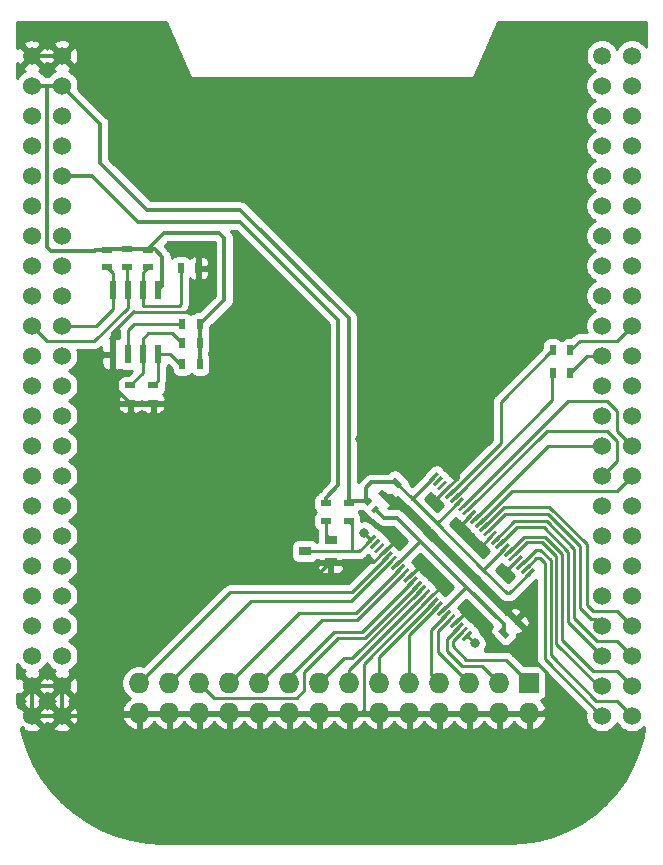
<source format=gbl>
%TF.GenerationSoftware,KiCad,Pcbnew,5.1.10*%
%TF.CreationDate,2022-06-04T14:31:52-04:00*%
%TF.ProjectId,BeagleLogic Cape,42656167-6c65-44c6-9f67-696320436170,rev?*%
%TF.SameCoordinates,PX6cb8080PY7bfa480*%
%TF.FileFunction,Copper,L2,Bot*%
%TF.FilePolarity,Positive*%
%FSLAX46Y46*%
G04 Gerber Fmt 4.6, Leading zero omitted, Abs format (unit mm)*
G04 Created by KiCad (PCBNEW 5.1.10) date 2022-06-04 14:31:52*
%MOMM*%
%LPD*%
G01*
G04 APERTURE LIST*
%TA.AperFunction,ComponentPad*%
%ADD10C,1.500000*%
%TD*%
%TA.AperFunction,ComponentPad*%
%ADD11C,1.524000*%
%TD*%
%TA.AperFunction,ComponentPad*%
%ADD12R,1.727200X1.727200*%
%TD*%
%TA.AperFunction,ComponentPad*%
%ADD13O,1.727200X1.727200*%
%TD*%
%TA.AperFunction,SMDPad,CuDef*%
%ADD14R,1.000760X0.800100*%
%TD*%
%TA.AperFunction,SMDPad,CuDef*%
%ADD15C,0.150000*%
%TD*%
%TA.AperFunction,SMDPad,CuDef*%
%ADD16R,0.600000X1.550000*%
%TD*%
%TA.AperFunction,SMDPad,CuDef*%
%ADD17R,0.900000X0.500000*%
%TD*%
%TA.AperFunction,SMDPad,CuDef*%
%ADD18R,0.500000X0.900000*%
%TD*%
%TA.AperFunction,ViaPad*%
%ADD19C,0.812800*%
%TD*%
%TA.AperFunction,Conductor*%
%ADD20C,0.350000*%
%TD*%
%TA.AperFunction,Conductor*%
%ADD21C,0.254000*%
%TD*%
%TA.AperFunction,Conductor*%
%ADD22C,0.289000*%
%TD*%
%TA.AperFunction,Conductor*%
%ADD23C,0.150000*%
%TD*%
G04 APERTURE END LIST*
D10*
%TO.P,U1,1*%
%TO.N,Net-(U1-Pad1)*%
X50980400Y67424800D03*
D11*
%TO.P,U1,46*%
%TO.N,/CH2*%
X53520400Y11544800D03*
%TO.P,U1,45*%
%TO.N,/CH1*%
X50980400Y11544800D03*
%TO.P,U1,44*%
%TO.N,/CH4*%
X53520400Y14084800D03*
%TO.P,U1,43*%
%TO.N,/CH3*%
X50980400Y14084800D03*
%TO.P,U1,42*%
%TO.N,/CH6*%
X53520400Y16624800D03*
%TO.P,U1,41*%
%TO.N,/CH5*%
X50980400Y16624800D03*
%TO.P,U1,30*%
%TO.N,/CH12*%
X53520400Y31864800D03*
%TO.P,U1,40*%
%TO.N,/CH8*%
X53520400Y19164800D03*
%TO.P,U1,39*%
%TO.N,/CH7*%
X50980400Y19164800D03*
%TO.P,U1,9*%
%TO.N,Net-(U1-Pad9)*%
X50980400Y57264800D03*
%TO.P,U1,7*%
%TO.N,Net-(U1-Pad7)*%
X50980400Y59804800D03*
%TO.P,U1,5*%
%TO.N,Net-(U1-Pad5)*%
X50980400Y62344800D03*
%TO.P,U1,3*%
%TO.N,Net-(U1-Pad3)*%
X50980400Y64884800D03*
%TO.P,U1,37*%
%TO.N,Net-(U1-Pad37)*%
X50980400Y21704800D03*
%TO.P,U1,35*%
%TO.N,Net-(U1-Pad35)*%
X50980400Y24244800D03*
%TO.P,U1,38*%
%TO.N,Net-(U1-Pad38)*%
X53520400Y21704800D03*
%TO.P,U1,36*%
%TO.N,Net-(U1-Pad36)*%
X53520400Y24244800D03*
%TO.P,U1,34*%
%TO.N,Net-(U1-Pad34)*%
X53520400Y26784800D03*
%TO.P,U1,32*%
%TO.N,Net-(U1-Pad32)*%
X53520400Y29324800D03*
%TO.P,U1,28*%
%TO.N,/CH11*%
X53520400Y34404800D03*
%TO.P,U1,33*%
%TO.N,Net-(U1-Pad33)*%
X50980400Y26784800D03*
%TO.P,U1,26*%
%TO.N,Net-(U1-Pad26)*%
X53520400Y36944800D03*
%TO.P,U1,24*%
%TO.N,Net-(U1-Pad24)*%
X53520400Y39484800D03*
%TO.P,U1,31*%
%TO.N,Net-(U1-Pad31)*%
X50980400Y29324800D03*
%TO.P,U1,22*%
%TO.N,Net-(U1-Pad22)*%
X53520400Y42024800D03*
%TO.P,U1,29*%
%TO.N,/CH10*%
X50980400Y31864800D03*
%TO.P,U1,20*%
%TO.N,/CH14*%
X53520400Y44564800D03*
%TO.P,U1,27*%
%TO.N,/CH9*%
X50980400Y34404800D03*
%TO.P,U1,18*%
%TO.N,Net-(U1-Pad18)*%
X53520400Y47104800D03*
%TO.P,U1,25*%
%TO.N,Net-(U1-Pad25)*%
X50980400Y36944800D03*
%TO.P,U1,16*%
%TO.N,Net-(U1-Pad16)*%
X53520400Y49644800D03*
%TO.P,U1,23*%
%TO.N,Net-(U1-Pad23)*%
X50980400Y39484800D03*
%TO.P,U1,14*%
%TO.N,Net-(U1-Pad14)*%
X53520400Y52184800D03*
%TO.P,U1,21*%
%TO.N,/CH13*%
X50980400Y42024800D03*
%TO.P,U1,12*%
%TO.N,Net-(U1-Pad12)*%
X53520400Y54724800D03*
%TO.P,U1,19*%
%TO.N,Net-(U1-Pad19)*%
X50980400Y44564800D03*
%TO.P,U1,10*%
%TO.N,Net-(U1-Pad10)*%
X53520400Y57264800D03*
%TO.P,U1,17*%
%TO.N,Net-(U1-Pad17)*%
X50980400Y47104800D03*
%TO.P,U1,8*%
%TO.N,Net-(U1-Pad8)*%
X53520400Y59804800D03*
%TO.P,U1,15*%
%TO.N,Net-(U1-Pad15)*%
X50980400Y49644800D03*
%TO.P,U1,6*%
%TO.N,Net-(U1-Pad6)*%
X53520400Y62344800D03*
%TO.P,U1,13*%
%TO.N,Net-(U1-Pad13)*%
X50980400Y52184800D03*
%TO.P,U1,4*%
%TO.N,Net-(U1-Pad4)*%
X53520400Y64884800D03*
%TO.P,U1,11*%
%TO.N,Net-(U1-Pad11)*%
X50980400Y54724800D03*
%TO.P,U1,2*%
%TO.N,Net-(U1-Pad2)*%
X53520400Y67424800D03*
%TO.P,U1,902*%
%TO.N,GND*%
X5260400Y67424800D03*
%TO.P,U1,911*%
%TO.N,Net-(U1-Pad911)*%
X2720400Y54724800D03*
%TO.P,U1,904*%
%TO.N,+3.3V*%
X5260400Y64884800D03*
%TO.P,U1,913*%
%TO.N,Net-(U1-Pad913)*%
X2720400Y52184800D03*
%TO.P,U1,906*%
%TO.N,Net-(U1-Pad906)*%
X5260400Y62344800D03*
%TO.P,U1,915*%
%TO.N,Net-(U1-Pad915)*%
X2720400Y49644800D03*
%TO.P,U1,908*%
%TO.N,Net-(U1-Pad908)*%
X5260400Y59804800D03*
%TO.P,U1,917*%
%TO.N,Net-(U1-Pad917)*%
X2720400Y47104800D03*
%TO.P,U1,910*%
%TO.N,/SYS_RESETn*%
X5260400Y57264800D03*
%TO.P,U1,919*%
%TO.N,/EP_SCL*%
X2720400Y44564800D03*
%TO.P,U1,912*%
%TO.N,Net-(U1-Pad912)*%
X5260400Y54724800D03*
%TO.P,U1,921*%
%TO.N,Net-(U1-Pad921)*%
X2720400Y42024800D03*
%TO.P,U1,914*%
%TO.N,Net-(U1-Pad914)*%
X5260400Y52184800D03*
%TO.P,U1,923*%
%TO.N,Net-(U1-Pad923)*%
X2720400Y39484800D03*
%TO.P,U1,916*%
%TO.N,Net-(U1-Pad916)*%
X5260400Y49644800D03*
%TO.P,U1,925*%
%TO.N,Net-(U1-Pad925)*%
X2720400Y36944800D03*
%TO.P,U1,918*%
%TO.N,Net-(U1-Pad918)*%
X5260400Y47104800D03*
%TO.P,U1,927*%
%TO.N,Net-(U1-Pad927)*%
X2720400Y34404800D03*
%TO.P,U1,920*%
%TO.N,/EP_SDA*%
X5260400Y44564800D03*
%TO.P,U1,929*%
%TO.N,Net-(U1-Pad929)*%
X2720400Y31864800D03*
%TO.P,U1,922*%
%TO.N,Net-(U1-Pad922)*%
X5260400Y42024800D03*
%TO.P,U1,931*%
%TO.N,Net-(U1-Pad931)*%
X2720400Y29324800D03*
%TO.P,U1,924*%
%TO.N,Net-(U1-Pad924)*%
X5260400Y39484800D03*
%TO.P,U1,926*%
%TO.N,Net-(U1-Pad926)*%
X5260400Y36944800D03*
%TO.P,U1,933*%
%TO.N,Net-(U1-Pad933)*%
X2720400Y26784800D03*
%TO.P,U1,928*%
%TO.N,Net-(U1-Pad928)*%
X5260400Y34404800D03*
%TO.P,U1,932*%
%TO.N,Net-(U1-Pad932)*%
X5260400Y29324800D03*
%TO.P,U1,934*%
%TO.N,Net-(U1-Pad934)*%
X5260400Y26784800D03*
%TO.P,U1,936*%
%TO.N,Net-(U1-Pad936)*%
X5260400Y24244800D03*
%TO.P,U1,938*%
%TO.N,Net-(U1-Pad938)*%
X5260400Y21704800D03*
%TO.P,U1,935*%
%TO.N,Net-(U1-Pad935)*%
X2720400Y24244800D03*
%TO.P,U1,937*%
%TO.N,Net-(U1-Pad937)*%
X2720400Y21704800D03*
%TO.P,U1,903*%
%TO.N,+3.3V*%
X2720400Y64884800D03*
%TO.P,U1,905*%
%TO.N,Net-(U1-Pad905)*%
X2720400Y62344800D03*
%TO.P,U1,907*%
%TO.N,Net-(U1-Pad907)*%
X2720400Y59804800D03*
%TO.P,U1,909*%
%TO.N,Net-(U1-Pad909)*%
X2720400Y57264800D03*
%TO.P,U1,939*%
%TO.N,Net-(U1-Pad939)*%
X2720400Y19164800D03*
%TO.P,U1,940*%
%TO.N,Net-(U1-Pad940)*%
X5260400Y19164800D03*
%TO.P,U1,930*%
%TO.N,Net-(U1-Pad930)*%
X5260400Y31864800D03*
%TO.P,U1,941*%
%TO.N,Net-(U1-Pad941)*%
X2720400Y16624800D03*
%TO.P,U1,942*%
%TO.N,Net-(U1-Pad942)*%
X5260400Y16624800D03*
%TO.P,U1,943*%
%TO.N,GND*%
X2720400Y14084800D03*
%TO.P,U1,944*%
X5260400Y14084800D03*
%TO.P,U1,945*%
X2720400Y11544800D03*
%TO.P,U1,946*%
X5260400Y11544800D03*
D10*
%TO.P,U1,901*%
X2720400Y67424800D03*
%TD*%
D12*
%TO.P,P1,1*%
%TO.N,/IN1*%
X44810000Y14320000D03*
D13*
%TO.P,P1,2*%
%TO.N,GND*%
X44810000Y11780000D03*
%TO.P,P1,3*%
%TO.N,/IN2*%
X42270000Y14320000D03*
%TO.P,P1,4*%
%TO.N,GND*%
X42270000Y11780000D03*
%TO.P,P1,5*%
%TO.N,/IN3*%
X39730000Y14320000D03*
%TO.P,P1,6*%
%TO.N,GND*%
X39730000Y11780000D03*
%TO.P,P1,7*%
%TO.N,/IN4*%
X37190000Y14320000D03*
%TO.P,P1,8*%
%TO.N,GND*%
X37190000Y11780000D03*
%TO.P,P1,9*%
%TO.N,/IN5*%
X34650000Y14320000D03*
%TO.P,P1,10*%
%TO.N,GND*%
X34650000Y11780000D03*
%TO.P,P1,11*%
%TO.N,/IN6*%
X32110000Y14320000D03*
%TO.P,P1,12*%
%TO.N,GND*%
X32110000Y11780000D03*
%TO.P,P1,13*%
%TO.N,/IN7*%
X29570000Y14320000D03*
%TO.P,P1,14*%
%TO.N,GND*%
X29570000Y11780000D03*
%TO.P,P1,15*%
%TO.N,/IN8*%
X27030000Y14320000D03*
%TO.P,P1,16*%
%TO.N,GND*%
X27030000Y11780000D03*
%TO.P,P1,17*%
%TO.N,/IN9*%
X24490000Y14320000D03*
%TO.P,P1,18*%
%TO.N,GND*%
X24490000Y11780000D03*
%TO.P,P1,19*%
%TO.N,/IN10*%
X21950000Y14320000D03*
%TO.P,P1,20*%
%TO.N,GND*%
X21950000Y11780000D03*
%TO.P,P1,21*%
%TO.N,/IN11*%
X19410000Y14320000D03*
%TO.P,P1,22*%
%TO.N,GND*%
X19410000Y11780000D03*
%TO.P,P1,23*%
%TO.N,/IN12*%
X16870000Y14320000D03*
%TO.P,P1,24*%
%TO.N,GND*%
X16870000Y11780000D03*
%TO.P,P1,25*%
%TO.N,/IN13*%
X14330000Y14320000D03*
%TO.P,P1,26*%
%TO.N,GND*%
X14330000Y11780000D03*
%TO.P,P1,27*%
%TO.N,/IN14*%
X11790000Y14320000D03*
%TO.P,P1,28*%
%TO.N,GND*%
X11790000Y11780000D03*
%TD*%
D14*
%TO.P,Q1,3*%
%TO.N,Net-(Q1-Pad3)*%
X25819380Y25504400D03*
%TO.P,Q1,2*%
%TO.N,GND*%
X28019020Y24551900D03*
%TO.P,Q1,1*%
%TO.N,Net-(Q1-Pad1)*%
X28019020Y26456900D03*
%TD*%
%TA.AperFunction,SMDPad,CuDef*%
D15*
%TO.P,U2,1*%
%TO.N,+3.3V*%
G36*
X36988577Y32221830D02*
G01*
X37190102Y32020305D01*
X36482995Y31313198D01*
X36281470Y31514723D01*
X36988577Y32221830D01*
G37*
%TD.AperFunction*%
%TA.AperFunction,SMDPad,CuDef*%
%TO.P,U2,2*%
%TO.N,Net-(U2-Pad2)*%
G36*
X37342131Y31868277D02*
G01*
X37543656Y31666752D01*
X36836549Y30959645D01*
X36635024Y31161170D01*
X37342131Y31868277D01*
G37*
%TD.AperFunction*%
%TA.AperFunction,SMDPad,CuDef*%
%TO.P,U2,3*%
%TO.N,Net-(U2-Pad3)*%
G36*
X37695684Y31514724D02*
G01*
X37897209Y31313199D01*
X37190102Y30606092D01*
X36988577Y30807617D01*
X37695684Y31514724D01*
G37*
%TD.AperFunction*%
%TA.AperFunction,SMDPad,CuDef*%
%TO.P,U2,4*%
%TO.N,GND*%
G36*
X38049238Y31161170D02*
G01*
X38250763Y30959645D01*
X37543656Y30252538D01*
X37342131Y30454063D01*
X38049238Y31161170D01*
G37*
%TD.AperFunction*%
%TA.AperFunction,SMDPad,CuDef*%
%TO.P,U2,5*%
%TO.N,Net-(R8-Pad1)*%
G36*
X38402791Y30807617D02*
G01*
X38604316Y30606092D01*
X37897209Y29898985D01*
X37695684Y30100510D01*
X38402791Y30807617D01*
G37*
%TD.AperFunction*%
%TA.AperFunction,SMDPad,CuDef*%
%TO.P,U2,6*%
%TO.N,Net-(R9-Pad1)*%
G36*
X38756344Y30454063D02*
G01*
X38957869Y30252538D01*
X38250762Y29545431D01*
X38049237Y29746956D01*
X38756344Y30454063D01*
G37*
%TD.AperFunction*%
%TA.AperFunction,SMDPad,CuDef*%
%TO.P,U2,7*%
%TO.N,+3.3V*%
G36*
X39109898Y30100510D02*
G01*
X39311423Y29898985D01*
X38604316Y29191878D01*
X38402791Y29393403D01*
X39109898Y30100510D01*
G37*
%TD.AperFunction*%
%TA.AperFunction,SMDPad,CuDef*%
%TO.P,U2,8*%
%TO.N,/CH11*%
G36*
X39463451Y29746957D02*
G01*
X39664976Y29545432D01*
X38957869Y28838325D01*
X38756344Y29039850D01*
X39463451Y29746957D01*
G37*
%TD.AperFunction*%
%TA.AperFunction,SMDPad,CuDef*%
%TO.P,U2,9*%
%TO.N,/CH10*%
G36*
X39817005Y29393403D02*
G01*
X40018530Y29191878D01*
X39311423Y28484771D01*
X39109898Y28686296D01*
X39817005Y29393403D01*
G37*
%TD.AperFunction*%
%TA.AperFunction,SMDPad,CuDef*%
%TO.P,U2,10*%
%TO.N,GND*%
G36*
X40170558Y29039850D02*
G01*
X40372083Y28838325D01*
X39664976Y28131218D01*
X39463451Y28332743D01*
X40170558Y29039850D01*
G37*
%TD.AperFunction*%
%TA.AperFunction,SMDPad,CuDef*%
%TO.P,U2,11*%
%TO.N,/CH9*%
G36*
X40524111Y28686297D02*
G01*
X40725636Y28484772D01*
X40018529Y27777665D01*
X39817004Y27979190D01*
X40524111Y28686297D01*
G37*
%TD.AperFunction*%
%TA.AperFunction,SMDPad,CuDef*%
%TO.P,U2,12*%
%TO.N,/CH12*%
G36*
X40877665Y28332743D02*
G01*
X41079190Y28131218D01*
X40372083Y27424111D01*
X40170558Y27625636D01*
X40877665Y28332743D01*
G37*
%TD.AperFunction*%
%TA.AperFunction,SMDPad,CuDef*%
%TO.P,U2,13*%
%TO.N,/CH8*%
G36*
X41231218Y27979190D02*
G01*
X41432743Y27777665D01*
X40725636Y27070558D01*
X40524111Y27272083D01*
X41231218Y27979190D01*
G37*
%TD.AperFunction*%
%TA.AperFunction,SMDPad,CuDef*%
%TO.P,U2,14*%
%TO.N,/CH7*%
G36*
X41584772Y27625636D02*
G01*
X41786297Y27424111D01*
X41079190Y26717004D01*
X40877665Y26918529D01*
X41584772Y27625636D01*
G37*
%TD.AperFunction*%
%TA.AperFunction,SMDPad,CuDef*%
%TO.P,U2,15*%
%TO.N,GND*%
G36*
X41938325Y27272083D02*
G01*
X42139850Y27070558D01*
X41432743Y26363451D01*
X41231218Y26564976D01*
X41938325Y27272083D01*
G37*
%TD.AperFunction*%
%TA.AperFunction,SMDPad,CuDef*%
%TO.P,U2,16*%
%TO.N,/CH6*%
G36*
X42291878Y26918530D02*
G01*
X42493403Y26717005D01*
X41786296Y26009898D01*
X41584771Y26211423D01*
X42291878Y26918530D01*
G37*
%TD.AperFunction*%
%TA.AperFunction,SMDPad,CuDef*%
%TO.P,U2,17*%
%TO.N,/CH5*%
G36*
X42645432Y26564976D02*
G01*
X42846957Y26363451D01*
X42139850Y25656344D01*
X41938325Y25857869D01*
X42645432Y26564976D01*
G37*
%TD.AperFunction*%
%TA.AperFunction,SMDPad,CuDef*%
%TO.P,U2,18*%
%TO.N,+3.3V*%
G36*
X42998985Y26211423D02*
G01*
X43200510Y26009898D01*
X42493403Y25302791D01*
X42291878Y25504316D01*
X42998985Y26211423D01*
G37*
%TD.AperFunction*%
%TA.AperFunction,SMDPad,CuDef*%
%TO.P,U2,19*%
%TO.N,/CH4*%
G36*
X43352538Y25857869D02*
G01*
X43554063Y25656344D01*
X42846956Y24949237D01*
X42645431Y25150762D01*
X43352538Y25857869D01*
G37*
%TD.AperFunction*%
%TA.AperFunction,SMDPad,CuDef*%
%TO.P,U2,20*%
%TO.N,/CH3*%
G36*
X43706092Y25504316D02*
G01*
X43907617Y25302791D01*
X43200510Y24595684D01*
X42998985Y24797209D01*
X43706092Y25504316D01*
G37*
%TD.AperFunction*%
%TA.AperFunction,SMDPad,CuDef*%
%TO.P,U2,21*%
%TO.N,GND*%
G36*
X44059645Y25150763D02*
G01*
X44261170Y24949238D01*
X43554063Y24242131D01*
X43352538Y24443656D01*
X44059645Y25150763D01*
G37*
%TD.AperFunction*%
%TA.AperFunction,SMDPad,CuDef*%
%TO.P,U2,22*%
%TO.N,/CH2*%
G36*
X44413199Y24797209D02*
G01*
X44614724Y24595684D01*
X43907617Y23888577D01*
X43706092Y24090102D01*
X44413199Y24797209D01*
G37*
%TD.AperFunction*%
%TA.AperFunction,SMDPad,CuDef*%
%TO.P,U2,23*%
%TO.N,/CH1*%
G36*
X44766752Y24443656D02*
G01*
X44968277Y24242131D01*
X44261170Y23535024D01*
X44059645Y23736549D01*
X44766752Y24443656D01*
G37*
%TD.AperFunction*%
%TA.AperFunction,SMDPad,CuDef*%
%TO.P,U2,24*%
%TO.N,+3.3V*%
G36*
X45120305Y24090102D02*
G01*
X45321830Y23888577D01*
X44614723Y23181470D01*
X44413198Y23382995D01*
X45120305Y24090102D01*
G37*
%TD.AperFunction*%
%TA.AperFunction,SMDPad,CuDef*%
%TO.P,U2,25*%
%TO.N,Net-(Q1-Pad3)*%
G36*
X39817005Y18786802D02*
G01*
X40018530Y18585277D01*
X39311423Y17878170D01*
X39109898Y18079695D01*
X39817005Y18786802D01*
G37*
%TD.AperFunction*%
%TA.AperFunction,SMDPad,CuDef*%
%TO.P,U2,26*%
%TO.N,/IN1*%
G36*
X39463451Y19140355D02*
G01*
X39664976Y18938830D01*
X38957869Y18231723D01*
X38756344Y18433248D01*
X39463451Y19140355D01*
G37*
%TD.AperFunction*%
%TA.AperFunction,SMDPad,CuDef*%
%TO.P,U2,27*%
%TO.N,/IN2*%
G36*
X39109898Y19493908D02*
G01*
X39311423Y19292383D01*
X38604316Y18585276D01*
X38402791Y18786801D01*
X39109898Y19493908D01*
G37*
%TD.AperFunction*%
%TA.AperFunction,SMDPad,CuDef*%
%TO.P,U2,28*%
%TO.N,GND*%
G36*
X38756344Y19847462D02*
G01*
X38957869Y19645937D01*
X38250762Y18938830D01*
X38049237Y19140355D01*
X38756344Y19847462D01*
G37*
%TD.AperFunction*%
%TA.AperFunction,SMDPad,CuDef*%
%TO.P,U2,29*%
%TO.N,/IN3*%
G36*
X38402791Y20201015D02*
G01*
X38604316Y19999490D01*
X37897209Y19292383D01*
X37695684Y19493908D01*
X38402791Y20201015D01*
G37*
%TD.AperFunction*%
%TA.AperFunction,SMDPad,CuDef*%
%TO.P,U2,30*%
%TO.N,/IN4*%
G36*
X38049238Y20554569D02*
G01*
X38250763Y20353044D01*
X37543656Y19645937D01*
X37342131Y19847462D01*
X38049238Y20554569D01*
G37*
%TD.AperFunction*%
%TA.AperFunction,SMDPad,CuDef*%
%TO.P,U2,31*%
%TO.N,Net-(C2-Pad1)*%
G36*
X37695684Y20908122D02*
G01*
X37897209Y20706597D01*
X37190102Y19999490D01*
X36988577Y20201015D01*
X37695684Y20908122D01*
G37*
%TD.AperFunction*%
%TA.AperFunction,SMDPad,CuDef*%
%TO.P,U2,32*%
%TO.N,/IN5*%
G36*
X37342131Y21261675D02*
G01*
X37543656Y21060150D01*
X36836549Y20353043D01*
X36635024Y20554568D01*
X37342131Y21261675D01*
G37*
%TD.AperFunction*%
%TA.AperFunction,SMDPad,CuDef*%
%TO.P,U2,33*%
%TO.N,/IN6*%
G36*
X36988577Y21615229D02*
G01*
X37190102Y21413704D01*
X36482995Y20706597D01*
X36281470Y20908122D01*
X36988577Y21615229D01*
G37*
%TD.AperFunction*%
%TA.AperFunction,SMDPad,CuDef*%
%TO.P,U2,34*%
%TO.N,GND*%
G36*
X36635024Y21968782D02*
G01*
X36836549Y21767257D01*
X36129442Y21060150D01*
X35927917Y21261675D01*
X36635024Y21968782D01*
G37*
%TD.AperFunction*%
%TA.AperFunction,SMDPad,CuDef*%
%TO.P,U2,35*%
%TO.N,/IN7*%
G36*
X36281471Y22322335D02*
G01*
X36482996Y22120810D01*
X35775889Y21413703D01*
X35574364Y21615228D01*
X36281471Y22322335D01*
G37*
%TD.AperFunction*%
%TA.AperFunction,SMDPad,CuDef*%
%TO.P,U2,36*%
%TO.N,/IN8*%
G36*
X35927917Y22675889D02*
G01*
X36129442Y22474364D01*
X35422335Y21767257D01*
X35220810Y21968782D01*
X35927917Y22675889D01*
G37*
%TD.AperFunction*%
%TA.AperFunction,SMDPad,CuDef*%
%TO.P,U2,37*%
%TO.N,/IN12*%
G36*
X35574364Y23029442D02*
G01*
X35775889Y22827917D01*
X35068782Y22120810D01*
X34867257Y22322335D01*
X35574364Y23029442D01*
G37*
%TD.AperFunction*%
%TA.AperFunction,SMDPad,CuDef*%
%TO.P,U2,38*%
%TO.N,/IN9*%
G36*
X35220810Y23382996D02*
G01*
X35422335Y23181471D01*
X34715228Y22474364D01*
X34513703Y22675889D01*
X35220810Y23382996D01*
G37*
%TD.AperFunction*%
%TA.AperFunction,SMDPad,CuDef*%
%TO.P,U2,39*%
%TO.N,GND*%
G36*
X34867257Y23736549D02*
G01*
X35068782Y23535024D01*
X34361675Y22827917D01*
X34160150Y23029442D01*
X34867257Y23736549D01*
G37*
%TD.AperFunction*%
%TA.AperFunction,SMDPad,CuDef*%
%TO.P,U2,40*%
%TO.N,/IN10*%
G36*
X34513704Y24090102D02*
G01*
X34715229Y23888577D01*
X34008122Y23181470D01*
X33806597Y23382995D01*
X34513704Y24090102D01*
G37*
%TD.AperFunction*%
%TA.AperFunction,SMDPad,CuDef*%
%TO.P,U2,41*%
%TO.N,/IN11*%
G36*
X34160150Y24443656D02*
G01*
X34361675Y24242131D01*
X33654568Y23535024D01*
X33453043Y23736549D01*
X34160150Y24443656D01*
G37*
%TD.AperFunction*%
%TA.AperFunction,SMDPad,CuDef*%
%TO.P,U2,42*%
%TO.N,Net-(C2-Pad1)*%
G36*
X33806597Y24797209D02*
G01*
X34008122Y24595684D01*
X33301015Y23888577D01*
X33099490Y24090102D01*
X33806597Y24797209D01*
G37*
%TD.AperFunction*%
%TA.AperFunction,SMDPad,CuDef*%
%TO.P,U2,43*%
%TO.N,/IN13*%
G36*
X33453044Y25150763D02*
G01*
X33654569Y24949238D01*
X32947462Y24242131D01*
X32745937Y24443656D01*
X33453044Y25150763D01*
G37*
%TD.AperFunction*%
%TA.AperFunction,SMDPad,CuDef*%
%TO.P,U2,44*%
%TO.N,/IN14*%
G36*
X33099490Y25504316D02*
G01*
X33301015Y25302791D01*
X32593908Y24595684D01*
X32392383Y24797209D01*
X33099490Y25504316D01*
G37*
%TD.AperFunction*%
%TA.AperFunction,SMDPad,CuDef*%
%TO.P,U2,45*%
%TO.N,GND*%
G36*
X32745937Y25857869D02*
G01*
X32947462Y25656344D01*
X32240355Y24949237D01*
X32038830Y25150762D01*
X32745937Y25857869D01*
G37*
%TD.AperFunction*%
%TA.AperFunction,SMDPad,CuDef*%
%TO.P,U2,46*%
%TO.N,Net-(U2-Pad46)*%
G36*
X32392383Y26211423D02*
G01*
X32593908Y26009898D01*
X31886801Y25302791D01*
X31685276Y25504316D01*
X32392383Y26211423D01*
G37*
%TD.AperFunction*%
%TA.AperFunction,SMDPad,CuDef*%
%TO.P,U2,47*%
%TO.N,Net-(U2-Pad47)*%
G36*
X32038830Y26564976D02*
G01*
X32240355Y26363451D01*
X31533248Y25656344D01*
X31331723Y25857869D01*
X32038830Y26564976D01*
G37*
%TD.AperFunction*%
%TA.AperFunction,SMDPad,CuDef*%
%TO.P,U2,48*%
%TO.N,Net-(Q1-Pad3)*%
G36*
X31685277Y26918530D02*
G01*
X31886802Y26717005D01*
X31179695Y26009898D01*
X30978170Y26211423D01*
X31685277Y26918530D01*
G37*
%TD.AperFunction*%
%TD*%
D16*
%TO.P,U3,1*%
%TO.N,Net-(R13-Pad2)*%
X13355600Y42159200D03*
%TO.P,U3,2*%
%TO.N,Net-(R12-Pad2)*%
X12085600Y42159200D03*
%TO.P,U3,3*%
%TO.N,Net-(R5-Pad1)*%
X10815600Y42159200D03*
%TO.P,U3,4*%
%TO.N,GND*%
X9545600Y42159200D03*
%TO.P,U3,5*%
%TO.N,/EP_SDA*%
X9545600Y47559200D03*
%TO.P,U3,6*%
%TO.N,/EP_SCL*%
X10815600Y47559200D03*
%TO.P,U3,7*%
%TO.N,Net-(R10-Pad2)*%
X12085600Y47559200D03*
%TO.P,U3,8*%
%TO.N,+3.3V*%
X13355600Y47559200D03*
%TD*%
D17*
%TO.P,R1,1*%
%TO.N,+3.3V*%
X29535400Y29556400D03*
%TO.P,R1,2*%
%TO.N,Net-(Q1-Pad3)*%
X29535400Y28056400D03*
%TD*%
%TO.P,R2,1*%
%TO.N,/EP_SCL*%
X10790200Y49544800D03*
%TO.P,R2,2*%
%TO.N,+3.3V*%
X10790200Y51044800D03*
%TD*%
%TO.P,R3,1*%
%TO.N,/EP_SDA*%
X9063000Y49519400D03*
%TO.P,R3,2*%
%TO.N,+3.3V*%
X9063000Y51019400D03*
%TD*%
%TO.P,R4,1*%
%TO.N,Net-(R10-Pad2)*%
X12517400Y49519400D03*
%TO.P,R4,2*%
%TO.N,+3.3V*%
X12517400Y51019400D03*
%TD*%
D18*
%TO.P,R5,1*%
%TO.N,Net-(R5-Pad1)*%
X15425000Y44706800D03*
%TO.P,R5,2*%
%TO.N,+3.3V*%
X16925000Y44706800D03*
%TD*%
%TO.P,R6,1*%
%TO.N,Net-(R12-Pad2)*%
X15425000Y43081200D03*
%TO.P,R6,2*%
%TO.N,+3.3V*%
X16925000Y43081200D03*
%TD*%
%TO.P,R7,1*%
%TO.N,Net-(R13-Pad2)*%
X15450400Y41328600D03*
%TO.P,R7,2*%
%TO.N,+3.3V*%
X16950400Y41328600D03*
%TD*%
%TO.P,R8,1*%
%TO.N,Net-(R8-Pad1)*%
X46800000Y42500000D03*
%TO.P,R8,2*%
%TO.N,/CH14*%
X48300000Y42500000D03*
%TD*%
%TO.P,R9,1*%
%TO.N,Net-(R9-Pad1)*%
X46800000Y40600000D03*
%TO.P,R9,2*%
%TO.N,/CH13*%
X48300000Y40600000D03*
%TD*%
%TO.P,R10,1*%
%TO.N,GND*%
X16823400Y49456600D03*
%TO.P,R10,2*%
%TO.N,Net-(R10-Pad2)*%
X15323400Y49456600D03*
%TD*%
D17*
%TO.P,R12,1*%
%TO.N,GND*%
X11044200Y38013200D03*
%TO.P,R12,2*%
%TO.N,Net-(R12-Pad2)*%
X11044200Y39513200D03*
%TD*%
%TO.P,R13,1*%
%TO.N,GND*%
X12974600Y38013200D03*
%TO.P,R13,2*%
%TO.N,Net-(R13-Pad2)*%
X12974600Y39513200D03*
%TD*%
%TO.P,R14,1*%
%TO.N,Net-(Q1-Pad1)*%
X27625000Y28050000D03*
%TO.P,R14,2*%
%TO.N,/SYS_RESETn*%
X27625000Y29550000D03*
%TD*%
%TA.AperFunction,SMDPad,CuDef*%
D15*
%TO.P,C1,1*%
%TO.N,GND*%
G36*
X32661091Y29749695D02*
G01*
X32024695Y30386091D01*
X32378249Y30739645D01*
X33014645Y30103249D01*
X32661091Y29749695D01*
G37*
%TD.AperFunction*%
%TA.AperFunction,SMDPad,CuDef*%
%TO.P,C1,2*%
%TO.N,+3.3V*%
G36*
X33721751Y30810355D02*
G01*
X33085355Y31446751D01*
X33438909Y31800305D01*
X34075305Y31163909D01*
X33721751Y30810355D01*
G37*
%TD.AperFunction*%
%TD*%
%TA.AperFunction,SMDPad,CuDef*%
%TO.P,C2,1*%
%TO.N,Net-(C2-Pad1)*%
G36*
X42811091Y18074695D02*
G01*
X42174695Y18711091D01*
X42528249Y19064645D01*
X43164645Y18428249D01*
X42811091Y18074695D01*
G37*
%TD.AperFunction*%
%TA.AperFunction,SMDPad,CuDef*%
%TO.P,C2,2*%
%TO.N,GND*%
G36*
X43871751Y19135355D02*
G01*
X43235355Y19771751D01*
X43588909Y20125305D01*
X44225305Y19488909D01*
X43871751Y19135355D01*
G37*
%TD.AperFunction*%
%TD*%
%TA.AperFunction,SMDPad,CuDef*%
%TO.P,R15,1*%
%TO.N,Net-(C2-Pad1)*%
G36*
X32146751Y29127513D02*
G01*
X31722487Y28703249D01*
X31439645Y28986091D01*
X31863909Y29410355D01*
X32146751Y29127513D01*
G37*
%TD.AperFunction*%
%TA.AperFunction,SMDPad,CuDef*%
%TO.P,R15,2*%
%TO.N,+3.3V*%
G36*
X31510355Y29763909D02*
G01*
X31086091Y29339645D01*
X30803249Y29622487D01*
X31227513Y30046751D01*
X31510355Y29763909D01*
G37*
%TD.AperFunction*%
%TD*%
D19*
%TO.N,GND*%
X30500000Y35000000D03*
X42710407Y23600000D03*
X39800000Y20675000D03*
X33828000Y26672800D03*
X38882600Y27561800D03*
X36792397Y29702804D03*
X40559000Y25682200D03*
X37663400Y22812000D03*
X35885400Y24513800D03*
X16784600Y50980600D03*
%TO.N,Net-(Q1-Pad3)*%
X40200000Y17675000D03*
X30850000Y27050000D03*
%TD*%
D20*
%TO.N,GND*%
X2720400Y67424800D02*
X5260400Y67424800D01*
X5260400Y67424800D02*
X5270800Y67414400D01*
D21*
X37796447Y30706854D02*
X38800000Y31710407D01*
X36500000Y35000000D02*
X30500000Y35000000D01*
X38800000Y32700000D02*
X36500000Y35000000D01*
X38800000Y31710407D02*
X38800000Y32700000D01*
X43806854Y24696447D02*
X42710407Y23600000D01*
X38503553Y19393146D02*
X39785407Y20675000D01*
X39785407Y20675000D02*
X39800000Y20675000D01*
D20*
X39800000Y20675000D02*
X39785407Y20675000D01*
D22*
X32493146Y25403553D02*
X33762393Y26672800D01*
D20*
X33762393Y26672800D02*
X33828000Y26672800D01*
X28019020Y24551900D02*
X26717120Y23250000D01*
X12974600Y33530800D02*
X12974600Y38001200D01*
X12974600Y33530800D02*
X23255400Y23250000D01*
X26717120Y23250000D02*
X23255400Y23250000D01*
D22*
X39917767Y28585534D02*
X38894033Y27561800D01*
D20*
X38894033Y27561800D02*
X38882600Y27561800D01*
D22*
X37796447Y30706854D02*
X36792397Y29702804D01*
D20*
X40559000Y25691233D02*
X40559000Y25682200D01*
D22*
X41685534Y26817767D02*
X40559000Y25691233D01*
X30830800Y15963033D02*
X30830800Y11966200D01*
X36382233Y21514466D02*
X30830800Y15963033D01*
D20*
X37663400Y22795633D02*
X37663400Y22812000D01*
D22*
X36382233Y21514466D02*
X37663400Y22795633D01*
X35846033Y24513800D02*
X34614466Y23282233D01*
D20*
X35846033Y24513800D02*
X35885400Y24513800D01*
D22*
X32493146Y25403553D02*
X31616093Y24526500D01*
D20*
X30830800Y11966200D02*
X30644600Y11780000D01*
X5260400Y14084800D02*
X5260400Y11544800D01*
X2720400Y14084800D02*
X5260400Y14084800D01*
X2720400Y11544800D02*
X2720400Y14084800D01*
X11554800Y11544800D02*
X2720400Y11544800D01*
X11790000Y11780000D02*
X11554800Y11544800D01*
X14330000Y11780000D02*
X11790000Y11780000D01*
X16870000Y11780000D02*
X14330000Y11780000D01*
X19410000Y11780000D02*
X16870000Y11780000D01*
X21950000Y11780000D02*
X19410000Y11780000D01*
X24490000Y11780000D02*
X21950000Y11780000D01*
X27030000Y11780000D02*
X24490000Y11780000D01*
X29570000Y11780000D02*
X27030000Y11780000D01*
X30644600Y11780000D02*
X29570000Y11780000D01*
X32110000Y11780000D02*
X30644600Y11780000D01*
X34650000Y11780000D02*
X32110000Y11780000D01*
X37190000Y11780000D02*
X34650000Y11780000D01*
X39730000Y11780000D02*
X37190000Y11780000D01*
X42270000Y11780000D02*
X39730000Y11780000D01*
X44810000Y11780000D02*
X42270000Y11780000D01*
D22*
X31616093Y24526500D02*
X28019020Y24551900D01*
D20*
X12974600Y38001200D02*
X11044200Y38001200D01*
X9545600Y39499800D02*
X11044200Y38001200D01*
X16835400Y46510200D02*
X16073400Y45748200D01*
X16835400Y49456600D02*
X16835400Y46510200D01*
X16835400Y49456600D02*
X16835400Y50929800D01*
X16835400Y50929800D02*
X16784600Y50980600D01*
D22*
X11323600Y45748200D02*
X16073400Y45748200D01*
D20*
X9545600Y43970200D02*
X11323600Y45748200D01*
X9545600Y42159200D02*
X9545600Y39499800D01*
X9545600Y42159200D02*
X9545600Y43970200D01*
X45080200Y18297430D02*
X45080200Y16458500D01*
X45986200Y11780000D02*
X44810000Y11780000D01*
X46340000Y12133800D02*
X45986200Y11780000D01*
X45080200Y16458500D02*
X46340000Y15198700D01*
X46340000Y15198700D02*
X46340000Y12133800D01*
X44638815Y18738815D02*
X45080200Y18297430D01*
X43738815Y19638815D02*
X44638815Y18738815D01*
D21*
X33115990Y30244670D02*
X43730330Y19630330D01*
X32519670Y30244670D02*
X33115990Y30244670D01*
X39800000Y20100000D02*
X42600000Y17300000D01*
X42600000Y17300000D02*
X43200000Y17300000D01*
X43200000Y17300000D02*
X44638815Y18738815D01*
X39800000Y20675000D02*
X39800000Y20100000D01*
D20*
%TO.N,+3.3V*%
X2720400Y64884800D02*
X3975000Y64884800D01*
X8475000Y61670200D02*
X5260400Y64884800D01*
X3975000Y51275000D02*
X3975000Y64884800D01*
X3975000Y64884800D02*
X5260400Y64884800D01*
D21*
X42746194Y25757107D02*
X40914214Y23925127D01*
X40914214Y23925127D02*
X40914214Y23925126D01*
X44867514Y23635786D02*
X43131728Y21900000D01*
X42939340Y21900000D02*
X40914214Y23925126D01*
X40914214Y23925126D02*
X36989340Y27850000D01*
X43131728Y21900000D02*
X42939340Y21900000D01*
X36735786Y31767514D02*
X34903806Y29935534D01*
X34800000Y30000000D02*
X34800000Y30039340D01*
X34864466Y29935534D02*
X34800000Y30000000D01*
X34903806Y29935534D02*
X34864466Y29935534D01*
X31156802Y29693198D02*
X30975000Y29875000D01*
D20*
X31430330Y31305330D02*
X33580330Y31305330D01*
X30975000Y30850000D02*
X31430330Y31305330D01*
X30975000Y29875000D02*
X30975000Y30850000D01*
D21*
X29535400Y29556400D02*
X29672198Y29693198D01*
D20*
X29672198Y29693198D02*
X31156802Y29693198D01*
D21*
X36989340Y27850000D02*
X34800000Y30039340D01*
X34800000Y30039340D02*
X33544670Y31294670D01*
D20*
X29535400Y29556400D02*
X29535400Y45214600D01*
X8475000Y58375000D02*
X8475000Y61670200D01*
X12475000Y54375000D02*
X8475000Y58375000D01*
X20375000Y54375000D02*
X12475000Y54375000D01*
X29535400Y45214600D02*
X20375000Y54375000D01*
X9063000Y51019400D02*
X8094400Y51019400D01*
X4350000Y50900000D02*
X3975000Y51275000D01*
X7975000Y50900000D02*
X4350000Y50900000D01*
D21*
X8094400Y51019400D02*
X7975000Y50900000D01*
X38857107Y29646194D02*
X37060913Y27850000D01*
X37060913Y27850000D02*
X36989340Y27850000D01*
D20*
X13736600Y47940200D02*
X13355600Y47559200D01*
X13736600Y50421800D02*
X13736600Y47940200D01*
X13101600Y51056800D02*
X13736600Y50421800D01*
X10790200Y51056800D02*
X10764800Y51031400D01*
X10764800Y51031400D02*
X9063000Y51031400D01*
X12492000Y51056800D02*
X13101600Y51056800D01*
X9088400Y51056800D02*
X12492000Y51056800D01*
X9063000Y51031400D02*
X9088400Y51056800D01*
X18994400Y46764200D02*
X18994400Y51996600D01*
X18994400Y51996600D02*
X18562600Y52428400D01*
X18562600Y52428400D02*
X13914400Y52428400D01*
X13914400Y52428400D02*
X12517400Y51031400D01*
X16987800Y44757600D02*
X18994400Y46764200D01*
X16987800Y43132000D02*
X16962400Y43106600D01*
X16987800Y44757600D02*
X16987800Y43132000D01*
X16937000Y41354000D02*
X16962400Y41328600D01*
X16937000Y43081200D02*
X16937000Y41354000D01*
D21*
%TO.N,Net-(Q1-Pad3)*%
X31432486Y26464214D02*
X31432486Y26467514D01*
X31432486Y26467514D02*
X30850000Y27050000D01*
X40200000Y17675000D02*
X39564214Y18310786D01*
X39564214Y18310786D02*
X39564214Y18332486D01*
X29789420Y25482611D02*
X30447272Y25479000D01*
X29767631Y25504400D02*
X29789420Y25482611D01*
X25819380Y25504400D02*
X29767631Y25504400D01*
X29281400Y27968200D02*
X29293500Y27968200D01*
X29789420Y27790380D02*
X29789420Y25482611D01*
X29535400Y28044400D02*
X29789420Y27790380D01*
X30447272Y25479000D02*
X31432486Y26464214D01*
X39564214Y18294986D02*
X39564214Y18332486D01*
%TO.N,Net-(Q1-Pad1)*%
X27625000Y28050000D02*
X27625000Y26850920D01*
X27625000Y26850920D02*
X28019020Y26456900D01*
X28019020Y26456900D02*
X28019020Y26690580D01*
%TO.N,Net-(R8-Pad1)*%
X38150000Y30353301D02*
X42413200Y34616501D01*
X42413200Y34616501D02*
X42413200Y38125200D01*
X42413200Y38125200D02*
X46788000Y42500000D01*
%TO.N,Net-(R9-Pad1)*%
X38503553Y29999747D02*
X46788000Y38284194D01*
X46788000Y38284194D02*
X46788000Y40600000D01*
%TO.N,/CH2*%
X46636875Y24700000D02*
X46636875Y16675625D01*
X46636875Y16675625D02*
X50500625Y12811875D01*
X50500625Y12811875D02*
X52253325Y12811875D01*
X53520400Y11544800D02*
X52253325Y12811875D01*
X46636875Y24700000D02*
X45761250Y25575625D01*
X45392856Y25575625D02*
X44337396Y24520165D01*
X45761250Y25575625D02*
X45392856Y25575625D01*
%TO.N,/CH1*%
X50980400Y11544800D02*
X50931450Y11544800D01*
X50931450Y11544800D02*
X46137873Y16338377D01*
X46137873Y24503125D02*
X46137873Y16338377D01*
X44691219Y24166343D02*
X45434876Y24910000D01*
X45730998Y24910000D02*
X46137873Y24503125D01*
X45434876Y24910000D02*
X45730998Y24910000D01*
%TO.N,/CH4*%
X46165625Y26710000D02*
X44406194Y26710000D01*
X43099747Y25403553D02*
X44406194Y26710000D01*
X47638125Y25237500D02*
X46165625Y26710000D01*
X50250000Y15360000D02*
X47638125Y17971875D01*
X52245200Y15360000D02*
X50250000Y15360000D01*
X47638125Y17971875D02*
X47638125Y25237500D01*
X52245200Y15360000D02*
X53520400Y14084800D01*
%TO.N,/CH3*%
X43629752Y25227809D02*
X44622941Y26220998D01*
X45945877Y26220998D02*
X47134375Y25032500D01*
X44622941Y26220998D02*
X45945877Y26220998D01*
X47134375Y25032500D02*
X47134375Y17658750D01*
X47134375Y17658750D02*
X50708325Y14084800D01*
X50708325Y14084800D02*
X50980400Y14084800D01*
%TO.N,/CH6*%
X43574873Y28000000D02*
X42039087Y26464214D01*
X48633750Y25670625D02*
X46304375Y28000000D01*
X46304375Y28000000D02*
X43574873Y28000000D01*
X48633750Y19816250D02*
X48633750Y25670625D01*
X52255200Y17890000D02*
X50560000Y17890000D01*
X50560000Y17890000D02*
X48633750Y19816250D01*
X53520400Y16624800D02*
X52255200Y17890000D01*
%TO.N,/CH5*%
X42392641Y26110660D02*
X43781981Y27500000D01*
X48143750Y25429375D02*
X46073125Y27500000D01*
X46073125Y27500000D02*
X43781981Y27500000D01*
X48143750Y25429375D02*
X48143750Y19461450D01*
X48143750Y19461450D02*
X50980400Y16624800D01*
%TO.N,/CH12*%
X40624874Y27878427D02*
X43356247Y30609800D01*
X43356247Y30609800D02*
X52265400Y30609800D01*
X52265400Y30609800D02*
X53520400Y31864800D01*
%TO.N,/CH8*%
X40978427Y27524874D02*
X42703553Y29250000D01*
X49684375Y26106250D02*
X46540625Y29250000D01*
X46540625Y29250000D02*
X42703553Y29250000D01*
X49684375Y20965625D02*
X49684375Y26106250D01*
X50210000Y20440000D02*
X49684375Y20965625D01*
X52245200Y20440000D02*
X50210000Y20440000D01*
X52245200Y20440000D02*
X53520400Y19164800D01*
%TO.N,/CH7*%
X42760661Y28600000D02*
X41331981Y27171320D01*
X49134375Y25913125D02*
X46447500Y28600000D01*
X46447500Y28600000D02*
X42760661Y28600000D01*
X49134375Y20665625D02*
X49134375Y25913125D01*
X50980400Y19164800D02*
X50395200Y19750000D01*
X50050000Y19750000D02*
X49134375Y20665625D01*
X50395200Y19750000D02*
X50050000Y19750000D01*
%TO.N,/CH11*%
X39210660Y29292641D02*
X48122419Y38204400D01*
X48122419Y38204400D02*
X51430200Y38204400D01*
X53520400Y34996600D02*
X53520400Y34404800D01*
X51430200Y38204400D02*
X52268400Y37366200D01*
X52268400Y37366200D02*
X52268400Y35656800D01*
X52268400Y35656800D02*
X53520400Y34404800D01*
%TO.N,/CH10*%
X39564214Y28939087D02*
X46314927Y35689800D01*
X46314927Y35689800D02*
X51404800Y35689800D01*
X51404800Y35689800D02*
X52243000Y34851600D01*
X52243000Y34851600D02*
X52243000Y33127400D01*
X52243000Y33127400D02*
X50980400Y31864800D01*
%TO.N,/CH14*%
X49096400Y43284400D02*
X52240000Y43284400D01*
X48312000Y42500000D02*
X49096400Y43284400D01*
X52240000Y43284400D02*
X53520400Y44564800D01*
%TO.N,/CH9*%
X40271320Y28231981D02*
X46444139Y34404800D01*
X46444139Y34404800D02*
X50980400Y34404800D01*
%TO.N,/CH13*%
X49736800Y42024800D02*
X48312000Y40600000D01*
X50980400Y42024800D02*
X49736800Y42024800D01*
%TO.N,/IN1*%
X42830000Y16300000D02*
X44810000Y14320000D01*
X39210660Y18686039D02*
X38390152Y17865531D01*
X39509779Y16300000D02*
X42830000Y16300000D01*
X38390152Y17419627D02*
X39509779Y16300000D01*
X38390152Y17865531D02*
X38390152Y17419627D01*
%TO.N,/IN2*%
X37860000Y16990000D02*
X37860000Y18042485D01*
X39129223Y15720777D02*
X37860000Y16990000D01*
X40869223Y15720777D02*
X39129223Y15720777D01*
X42270000Y14320000D02*
X40869223Y15720777D01*
X37860000Y18042485D02*
X38857107Y19039592D01*
%TO.N,/IN3*%
X39730000Y14320000D02*
X37109002Y16940998D01*
X37109002Y16940998D02*
X37109002Y18705701D01*
X37109002Y18705701D02*
X38150000Y19746699D01*
%TO.N,/IN4*%
X36530000Y14980000D02*
X37190000Y14320000D01*
X36530000Y18833806D02*
X36530000Y14980000D01*
X37796447Y20100253D02*
X36530000Y18833806D01*
%TO.N,/IN5*%
X34650000Y18368019D02*
X34650000Y14320000D01*
X37089340Y20807359D02*
X34650000Y18368019D01*
%TO.N,/IN6*%
X32110000Y16535127D02*
X32110000Y14320000D01*
X36735786Y21160913D02*
X32110000Y16535127D01*
%TO.N,/IN7*%
X29570000Y15409339D02*
X29570000Y14320000D01*
X36028680Y21868019D02*
X29570000Y15409339D01*
%TO.N,/IN8*%
X29110000Y16400000D02*
X27030000Y14320000D01*
X29853553Y16400000D02*
X29110000Y16400000D01*
X35675126Y22221573D02*
X29853553Y16400000D01*
%TO.N,/IN9*%
X28316200Y18671800D02*
X30711139Y18671800D01*
X24490000Y14845600D02*
X28316200Y18671800D01*
X24490000Y14320000D02*
X24490000Y14845600D01*
X30711139Y18671800D02*
X34968019Y22928680D01*
%TO.N,/IN10*%
X27267000Y19637000D02*
X30262127Y19637000D01*
X21950000Y14320000D02*
X27267000Y19637000D01*
X30262127Y19637000D02*
X34260913Y23635786D01*
%TO.N,/IN11*%
X25311200Y20221200D02*
X30139219Y20221200D01*
X19410000Y14320000D02*
X25311200Y20221200D01*
X30139219Y20221200D02*
X33907359Y23989340D01*
%TO.N,/IN12*%
X18131600Y13058400D02*
X25166600Y13058400D01*
X16870000Y14320000D02*
X18131600Y13058400D01*
X25166600Y13058400D02*
X25800800Y13692600D01*
X25800800Y13692600D02*
X25800800Y15267400D01*
X25800800Y15267400D02*
X28671800Y18138400D01*
X28671800Y18138400D02*
X30884847Y18138400D01*
X30884847Y18138400D02*
X35321573Y22575126D01*
%TO.N,/IN13*%
X21272600Y21262600D02*
X14330000Y14320000D01*
X29766406Y21262600D02*
X21272600Y21262600D01*
X33200253Y24696447D02*
X29766406Y21262600D01*
%TO.N,/IN14*%
X19494600Y22024600D02*
X11790000Y14320000D01*
X29821299Y22024600D02*
X19494600Y22024600D01*
X32846699Y25050000D02*
X29821299Y22024600D01*
D22*
%TO.N,/EP_SDA*%
X9545600Y49024800D02*
X9545600Y47559200D01*
X9545600Y45951400D02*
X9545600Y47559200D01*
X9063000Y49507400D02*
X9545600Y49024800D01*
X8159000Y44564800D02*
X9545600Y45951400D01*
X5260400Y44564800D02*
X8159000Y44564800D01*
%TO.N,/EP_SCL*%
X10790200Y47584600D02*
X10815600Y47559200D01*
X10815600Y46103800D02*
X7996200Y43284400D01*
X10815600Y47559200D02*
X10815600Y46103800D01*
X10790200Y49532800D02*
X10790200Y47584600D01*
X7996200Y43284400D02*
X4000800Y43284400D01*
X4000800Y43284400D02*
X2720400Y44564800D01*
D20*
%TO.N,/SYS_RESETn*%
X27625000Y29550000D02*
X27625000Y30000000D01*
X27625000Y30000000D02*
X28675000Y31050000D01*
X28675000Y31050000D02*
X28675000Y45050000D01*
X28675000Y45050000D02*
X20350000Y53375000D01*
X20350000Y53375000D02*
X11700000Y53375000D01*
X11700000Y53375000D02*
X7810200Y57264800D01*
X7810200Y57264800D02*
X5260400Y57264800D01*
%TO.N,Net-(C2-Pad1)*%
X31793198Y29056802D02*
X32525000Y28325000D01*
X32525000Y28325000D02*
X33624999Y28325000D01*
X33624999Y28325000D02*
X35580456Y26369543D01*
D21*
X33553806Y24342893D02*
X35580456Y26369543D01*
X35580456Y26369543D02*
X35580457Y26369543D01*
D20*
X35580457Y26369543D02*
X39469544Y22480456D01*
D21*
X37442893Y20453806D02*
X39469543Y22480456D01*
X39469543Y22480456D02*
X39469544Y22480456D01*
D20*
X42669670Y18569670D02*
X42669670Y19280330D01*
X42669670Y19280330D02*
X39469544Y22480456D01*
D21*
%TO.N,Net-(R10-Pad2)*%
X12085600Y49075600D02*
X12085600Y47559200D01*
X12085600Y46256200D02*
X15184400Y46256200D01*
X15184400Y46256200D02*
X15311400Y46383200D01*
X12085600Y47559200D02*
X12085600Y46256200D01*
X12517400Y49507400D02*
X12085600Y49075600D01*
X15311400Y46383200D02*
X15311400Y49456600D01*
%TO.N,Net-(R5-Pad1)*%
X11399800Y44757600D02*
X10815600Y44173400D01*
X15463800Y44757600D02*
X11399800Y44757600D01*
X10815600Y44173400D02*
X10815600Y42159200D01*
%TO.N,Net-(R12-Pad2)*%
X12085600Y40566600D02*
X11044200Y39525200D01*
X12085600Y42159200D02*
X12085600Y40566600D01*
X12085600Y43462200D02*
X12568200Y43944800D01*
X12085600Y42159200D02*
X12085600Y43462200D01*
X14549400Y43944800D02*
X15413000Y43081200D01*
X12568200Y43944800D02*
X14549400Y43944800D01*
%TO.N,Net-(R13-Pad2)*%
X15235200Y41328600D02*
X14404600Y42159200D01*
X15438400Y41328600D02*
X15235200Y41328600D01*
X13355600Y39906200D02*
X12974600Y39525200D01*
X13475000Y42039800D02*
X13355600Y42159200D01*
X14404600Y42159200D02*
X13355600Y42159200D01*
X13355600Y42159200D02*
X13355600Y39906200D01*
%TD*%
%TO.N,GND*%
X27865001Y44714486D02*
X27865000Y31385513D01*
X27080383Y30600895D01*
X27049473Y30575528D01*
X26948251Y30452189D01*
X26908314Y30377472D01*
X26820506Y30330537D01*
X26723815Y30251185D01*
X26644463Y30154494D01*
X26585498Y30044180D01*
X26549188Y29924482D01*
X26536928Y29800000D01*
X26536928Y29300000D01*
X26549188Y29175518D01*
X26585498Y29055820D01*
X26644463Y28945506D01*
X26723815Y28848815D01*
X26783296Y28800000D01*
X26723815Y28751185D01*
X26644463Y28654494D01*
X26585498Y28544180D01*
X26549188Y28424482D01*
X26536928Y28300000D01*
X26536928Y27800000D01*
X26549188Y27675518D01*
X26585498Y27555820D01*
X26644463Y27445506D01*
X26723815Y27348815D01*
X26820506Y27269463D01*
X26863001Y27246749D01*
X26863001Y26888353D01*
X26859314Y26850920D01*
X26874027Y26701542D01*
X26880568Y26679979D01*
X26880568Y26266400D01*
X26844178Y26266400D01*
X26770945Y26355635D01*
X26674254Y26434987D01*
X26563940Y26493952D01*
X26444242Y26530262D01*
X26319760Y26542522D01*
X25319000Y26542522D01*
X25194518Y26530262D01*
X25074820Y26493952D01*
X24964506Y26434987D01*
X24867815Y26355635D01*
X24788463Y26258944D01*
X24729498Y26148630D01*
X24693188Y26028932D01*
X24680928Y25904450D01*
X24680928Y25104350D01*
X24693188Y24979868D01*
X24729498Y24860170D01*
X24788463Y24749856D01*
X24867815Y24653165D01*
X24964506Y24573813D01*
X25074820Y24514848D01*
X25194518Y24478538D01*
X25319000Y24466278D01*
X26319760Y24466278D01*
X26444242Y24478538D01*
X26563940Y24514848D01*
X26674254Y24573813D01*
X26770945Y24653165D01*
X26844178Y24742400D01*
X26978890Y24742400D01*
X27042390Y24678900D01*
X27892020Y24678900D01*
X27892020Y24698900D01*
X28146020Y24698900D01*
X28146020Y24678900D01*
X28995650Y24678900D01*
X29059150Y24742400D01*
X29603821Y24742400D01*
X29635923Y24732469D01*
X29638019Y24732251D01*
X29640043Y24731637D01*
X29712699Y24724481D01*
X29747812Y24720828D01*
X29749908Y24720816D01*
X29774707Y24718374D01*
X29789419Y24716925D01*
X29789420Y24716925D01*
X29824761Y24720406D01*
X30407754Y24717206D01*
X30447272Y24713314D01*
X30519950Y24720472D01*
X30592525Y24727218D01*
X30594550Y24727820D01*
X30596650Y24728027D01*
X30666445Y24749199D01*
X30736399Y24770001D01*
X30738267Y24770986D01*
X30740287Y24771599D01*
X30804661Y24806007D01*
X30869163Y24840030D01*
X30870801Y24841359D01*
X30872664Y24842355D01*
X30929062Y24888640D01*
X30985714Y24934615D01*
X31011070Y24965168D01*
X31173213Y25127311D01*
X31234091Y25053131D01*
X31435616Y24851606D01*
X31509797Y24790728D01*
X29505669Y22786600D01*
X19532023Y22786600D01*
X19494600Y22790286D01*
X19457177Y22786600D01*
X19457174Y22786600D01*
X19345222Y22775574D01*
X19201585Y22732002D01*
X19176407Y22718544D01*
X19069207Y22661245D01*
X19042398Y22639243D01*
X18953178Y22566022D01*
X18929321Y22536952D01*
X12165615Y15773245D01*
X11937599Y15818600D01*
X11642401Y15818600D01*
X11352875Y15761010D01*
X11080147Y15648042D01*
X10834698Y15484039D01*
X10625961Y15275302D01*
X10461958Y15029853D01*
X10348990Y14757125D01*
X10291400Y14467599D01*
X10291400Y14172401D01*
X10348990Y13882875D01*
X10461958Y13610147D01*
X10625961Y13364698D01*
X10834698Y13155961D01*
X11000103Y13045441D01*
X10901512Y12986817D01*
X10683146Y12790293D01*
X10507316Y12554944D01*
X10380778Y12289814D01*
X10335042Y12139026D01*
X10456183Y11907000D01*
X11663000Y11907000D01*
X11663000Y11927000D01*
X11917000Y11927000D01*
X11917000Y11907000D01*
X14203000Y11907000D01*
X14203000Y11927000D01*
X14457000Y11927000D01*
X14457000Y11907000D01*
X16743000Y11907000D01*
X16743000Y11927000D01*
X16997000Y11927000D01*
X16997000Y11907000D01*
X19283000Y11907000D01*
X19283000Y11927000D01*
X19537000Y11927000D01*
X19537000Y11907000D01*
X21823000Y11907000D01*
X21823000Y11927000D01*
X22077000Y11927000D01*
X22077000Y11907000D01*
X24363000Y11907000D01*
X24363000Y11927000D01*
X24617000Y11927000D01*
X24617000Y11907000D01*
X26903000Y11907000D01*
X26903000Y11927000D01*
X27157000Y11927000D01*
X27157000Y11907000D01*
X29443000Y11907000D01*
X29443000Y11927000D01*
X29697000Y11927000D01*
X29697000Y11907000D01*
X31983000Y11907000D01*
X31983000Y11927000D01*
X32237000Y11927000D01*
X32237000Y11907000D01*
X34523000Y11907000D01*
X34523000Y11927000D01*
X34777000Y11927000D01*
X34777000Y11907000D01*
X37063000Y11907000D01*
X37063000Y11927000D01*
X37317000Y11927000D01*
X37317000Y11907000D01*
X39603000Y11907000D01*
X39603000Y11927000D01*
X39857000Y11927000D01*
X39857000Y11907000D01*
X42143000Y11907000D01*
X42143000Y11927000D01*
X42397000Y11927000D01*
X42397000Y11907000D01*
X44683000Y11907000D01*
X44683000Y11927000D01*
X44937000Y11927000D01*
X44937000Y11907000D01*
X46143817Y11907000D01*
X46264958Y12139026D01*
X46219222Y12289814D01*
X46092684Y12554944D01*
X45916854Y12790293D01*
X45853426Y12847376D01*
X45917780Y12866898D01*
X46028094Y12925863D01*
X46124785Y13005215D01*
X46204137Y13101906D01*
X46263102Y13212220D01*
X46299412Y13331918D01*
X46311672Y13456400D01*
X46311672Y15086948D01*
X49605438Y11793182D01*
X49583400Y11682392D01*
X49583400Y11407208D01*
X49637086Y11137310D01*
X49742395Y10883073D01*
X49895280Y10654265D01*
X50089865Y10459680D01*
X50318673Y10306795D01*
X50572910Y10201486D01*
X50842808Y10147800D01*
X51117992Y10147800D01*
X51387890Y10201486D01*
X51642127Y10306795D01*
X51870935Y10459680D01*
X52065520Y10654265D01*
X52218405Y10883073D01*
X52250400Y10960315D01*
X52282395Y10883073D01*
X52435280Y10654265D01*
X52629865Y10459680D01*
X52858673Y10306795D01*
X53112910Y10201486D01*
X53382808Y10147800D01*
X53657992Y10147800D01*
X53927890Y10201486D01*
X54182127Y10306795D01*
X54410935Y10459680D01*
X54575987Y10624732D01*
X54418796Y9709936D01*
X54053478Y8456586D01*
X53548620Y7252637D01*
X52910722Y6113587D01*
X52147980Y5054072D01*
X51270195Y4087707D01*
X50288660Y3226923D01*
X49215993Y2482789D01*
X48065981Y1864864D01*
X46853414Y1381099D01*
X45593880Y1037711D01*
X44300590Y838654D01*
X43183561Y785000D01*
X13818834Y785000D01*
X12448736Y860402D01*
X11113792Y1082597D01*
X9811291Y1449940D01*
X8556965Y1957994D01*
X7365975Y2600618D01*
X6252682Y3370062D01*
X5230554Y4257020D01*
X4311925Y5250788D01*
X3507901Y6339349D01*
X2828177Y7509581D01*
X2280977Y8747323D01*
X1872903Y10037641D01*
X1780953Y10499901D01*
X1818031Y10462823D01*
X1934441Y10579233D01*
X2001420Y10339144D01*
X2250448Y10222044D01*
X2517535Y10155777D01*
X2792417Y10142890D01*
X3064533Y10183878D01*
X3323423Y10277164D01*
X3439380Y10339144D01*
X3506360Y10579235D01*
X4474440Y10579235D01*
X4541420Y10339144D01*
X4790448Y10222044D01*
X5057535Y10155777D01*
X5332417Y10142890D01*
X5604533Y10183878D01*
X5863423Y10277164D01*
X5979380Y10339144D01*
X6046360Y10579235D01*
X5260400Y11365195D01*
X4474440Y10579235D01*
X3506360Y10579235D01*
X2720400Y11365195D01*
X2706258Y11351052D01*
X2526653Y11530657D01*
X2540795Y11544800D01*
X2900005Y11544800D01*
X3685965Y10758840D01*
X3926056Y10825820D01*
X3987479Y10956444D01*
X3992764Y10941777D01*
X4054744Y10825820D01*
X4294835Y10758840D01*
X5080795Y11544800D01*
X5440005Y11544800D01*
X6225965Y10758840D01*
X6466056Y10825820D01*
X6583156Y11074848D01*
X6649423Y11341935D01*
X6653128Y11420974D01*
X10335042Y11420974D01*
X10380778Y11270186D01*
X10507316Y11005056D01*
X10683146Y10769707D01*
X10901512Y10573183D01*
X11154022Y10423036D01*
X11430973Y10325037D01*
X11663000Y10445536D01*
X11663000Y11653000D01*
X11917000Y11653000D01*
X11917000Y10445536D01*
X12149027Y10325037D01*
X12425978Y10423036D01*
X12678488Y10573183D01*
X12896854Y10769707D01*
X13060000Y10988078D01*
X13223146Y10769707D01*
X13441512Y10573183D01*
X13694022Y10423036D01*
X13970973Y10325037D01*
X14203000Y10445536D01*
X14203000Y11653000D01*
X14457000Y11653000D01*
X14457000Y10445536D01*
X14689027Y10325037D01*
X14965978Y10423036D01*
X15218488Y10573183D01*
X15436854Y10769707D01*
X15600000Y10988078D01*
X15763146Y10769707D01*
X15981512Y10573183D01*
X16234022Y10423036D01*
X16510973Y10325037D01*
X16743000Y10445536D01*
X16743000Y11653000D01*
X16997000Y11653000D01*
X16997000Y10445536D01*
X17229027Y10325037D01*
X17505978Y10423036D01*
X17758488Y10573183D01*
X17976854Y10769707D01*
X18140000Y10988078D01*
X18303146Y10769707D01*
X18521512Y10573183D01*
X18774022Y10423036D01*
X19050973Y10325037D01*
X19283000Y10445536D01*
X19283000Y11653000D01*
X19537000Y11653000D01*
X19537000Y10445536D01*
X19769027Y10325037D01*
X20045978Y10423036D01*
X20298488Y10573183D01*
X20516854Y10769707D01*
X20680000Y10988078D01*
X20843146Y10769707D01*
X21061512Y10573183D01*
X21314022Y10423036D01*
X21590973Y10325037D01*
X21823000Y10445536D01*
X21823000Y11653000D01*
X22077000Y11653000D01*
X22077000Y10445536D01*
X22309027Y10325037D01*
X22585978Y10423036D01*
X22838488Y10573183D01*
X23056854Y10769707D01*
X23220000Y10988078D01*
X23383146Y10769707D01*
X23601512Y10573183D01*
X23854022Y10423036D01*
X24130973Y10325037D01*
X24363000Y10445536D01*
X24363000Y11653000D01*
X24617000Y11653000D01*
X24617000Y10445536D01*
X24849027Y10325037D01*
X25125978Y10423036D01*
X25378488Y10573183D01*
X25596854Y10769707D01*
X25760000Y10988078D01*
X25923146Y10769707D01*
X26141512Y10573183D01*
X26394022Y10423036D01*
X26670973Y10325037D01*
X26903000Y10445536D01*
X26903000Y11653000D01*
X27157000Y11653000D01*
X27157000Y10445536D01*
X27389027Y10325037D01*
X27665978Y10423036D01*
X27918488Y10573183D01*
X28136854Y10769707D01*
X28300000Y10988078D01*
X28463146Y10769707D01*
X28681512Y10573183D01*
X28934022Y10423036D01*
X29210973Y10325037D01*
X29443000Y10445536D01*
X29443000Y11653000D01*
X29697000Y11653000D01*
X29697000Y10445536D01*
X29929027Y10325037D01*
X30205978Y10423036D01*
X30458488Y10573183D01*
X30676854Y10769707D01*
X30840000Y10988078D01*
X31003146Y10769707D01*
X31221512Y10573183D01*
X31474022Y10423036D01*
X31750973Y10325037D01*
X31983000Y10445536D01*
X31983000Y11653000D01*
X32237000Y11653000D01*
X32237000Y10445536D01*
X32469027Y10325037D01*
X32745978Y10423036D01*
X32998488Y10573183D01*
X33216854Y10769707D01*
X33380000Y10988078D01*
X33543146Y10769707D01*
X33761512Y10573183D01*
X34014022Y10423036D01*
X34290973Y10325037D01*
X34523000Y10445536D01*
X34523000Y11653000D01*
X34777000Y11653000D01*
X34777000Y10445536D01*
X35009027Y10325037D01*
X35285978Y10423036D01*
X35538488Y10573183D01*
X35756854Y10769707D01*
X35920000Y10988078D01*
X36083146Y10769707D01*
X36301512Y10573183D01*
X36554022Y10423036D01*
X36830973Y10325037D01*
X37063000Y10445536D01*
X37063000Y11653000D01*
X37317000Y11653000D01*
X37317000Y10445536D01*
X37549027Y10325037D01*
X37825978Y10423036D01*
X38078488Y10573183D01*
X38296854Y10769707D01*
X38460000Y10988078D01*
X38623146Y10769707D01*
X38841512Y10573183D01*
X39094022Y10423036D01*
X39370973Y10325037D01*
X39603000Y10445536D01*
X39603000Y11653000D01*
X39857000Y11653000D01*
X39857000Y10445536D01*
X40089027Y10325037D01*
X40365978Y10423036D01*
X40618488Y10573183D01*
X40836854Y10769707D01*
X41000000Y10988078D01*
X41163146Y10769707D01*
X41381512Y10573183D01*
X41634022Y10423036D01*
X41910973Y10325037D01*
X42143000Y10445536D01*
X42143000Y11653000D01*
X42397000Y11653000D01*
X42397000Y10445536D01*
X42629027Y10325037D01*
X42905978Y10423036D01*
X43158488Y10573183D01*
X43376854Y10769707D01*
X43540000Y10988078D01*
X43703146Y10769707D01*
X43921512Y10573183D01*
X44174022Y10423036D01*
X44450973Y10325037D01*
X44683000Y10445536D01*
X44683000Y11653000D01*
X44937000Y11653000D01*
X44937000Y10445536D01*
X45169027Y10325037D01*
X45445978Y10423036D01*
X45698488Y10573183D01*
X45916854Y10769707D01*
X46092684Y11005056D01*
X46219222Y11270186D01*
X46264958Y11420974D01*
X46143817Y11653000D01*
X44937000Y11653000D01*
X44683000Y11653000D01*
X42397000Y11653000D01*
X42143000Y11653000D01*
X39857000Y11653000D01*
X39603000Y11653000D01*
X37317000Y11653000D01*
X37063000Y11653000D01*
X34777000Y11653000D01*
X34523000Y11653000D01*
X32237000Y11653000D01*
X31983000Y11653000D01*
X29697000Y11653000D01*
X29443000Y11653000D01*
X27157000Y11653000D01*
X26903000Y11653000D01*
X24617000Y11653000D01*
X24363000Y11653000D01*
X22077000Y11653000D01*
X21823000Y11653000D01*
X19537000Y11653000D01*
X19283000Y11653000D01*
X16997000Y11653000D01*
X16743000Y11653000D01*
X14457000Y11653000D01*
X14203000Y11653000D01*
X11917000Y11653000D01*
X11663000Y11653000D01*
X10456183Y11653000D01*
X10335042Y11420974D01*
X6653128Y11420974D01*
X6662310Y11616817D01*
X6621322Y11888933D01*
X6528036Y12147823D01*
X6466056Y12263780D01*
X6225965Y12330760D01*
X5440005Y11544800D01*
X5080795Y11544800D01*
X4294835Y12330760D01*
X4054744Y12263780D01*
X3993321Y12133156D01*
X3988036Y12147823D01*
X3926056Y12263780D01*
X3685965Y12330760D01*
X2900005Y11544800D01*
X2540795Y11544800D01*
X1754835Y12330760D01*
X1530653Y12268218D01*
X1490950Y12726640D01*
X1485000Y13105349D01*
X1485000Y13119235D01*
X1934440Y13119235D01*
X2001420Y12879144D01*
X2132044Y12817721D01*
X2117377Y12812436D01*
X2001420Y12750456D01*
X1934440Y12510365D01*
X2720400Y11724405D01*
X3506360Y12510365D01*
X3439380Y12750456D01*
X3308756Y12811879D01*
X3323423Y12817164D01*
X3439380Y12879144D01*
X3506360Y13119235D01*
X4474440Y13119235D01*
X4541420Y12879144D01*
X4672044Y12817721D01*
X4657377Y12812436D01*
X4541420Y12750456D01*
X4474440Y12510365D01*
X5260400Y11724405D01*
X6046360Y12510365D01*
X5979380Y12750456D01*
X5848756Y12811879D01*
X5863423Y12817164D01*
X5979380Y12879144D01*
X6046360Y13119235D01*
X5260400Y13905195D01*
X4474440Y13119235D01*
X3506360Y13119235D01*
X2720400Y13905195D01*
X1934440Y13119235D01*
X1485000Y13119235D01*
X1485000Y13421467D01*
X1514744Y13365820D01*
X1754835Y13298840D01*
X2540795Y14084800D01*
X2900005Y14084800D01*
X3685965Y13298840D01*
X3926056Y13365820D01*
X3987479Y13496444D01*
X3992764Y13481777D01*
X4054744Y13365820D01*
X4294835Y13298840D01*
X5080795Y14084800D01*
X5440005Y14084800D01*
X6225965Y13298840D01*
X6466056Y13365820D01*
X6583156Y13614848D01*
X6649423Y13881935D01*
X6662310Y14156817D01*
X6621322Y14428933D01*
X6528036Y14687823D01*
X6466056Y14803780D01*
X6225965Y14870760D01*
X5440005Y14084800D01*
X5080795Y14084800D01*
X4294835Y14870760D01*
X4054744Y14803780D01*
X3993321Y14673156D01*
X3988036Y14687823D01*
X3926056Y14803780D01*
X3685965Y14870760D01*
X2900005Y14084800D01*
X2540795Y14084800D01*
X1754835Y14870760D01*
X1514744Y14803780D01*
X1485000Y14740526D01*
X1485000Y15959174D01*
X1635280Y15734265D01*
X1829865Y15539680D01*
X2058673Y15386795D01*
X2130343Y15357108D01*
X2117377Y15352436D01*
X2001420Y15290456D01*
X1934440Y15050365D01*
X2720400Y14264405D01*
X3506360Y15050365D01*
X3439380Y15290456D01*
X3303640Y15354285D01*
X3382127Y15386795D01*
X3610935Y15539680D01*
X3805520Y15734265D01*
X3958405Y15963073D01*
X3990400Y16040315D01*
X4022395Y15963073D01*
X4175280Y15734265D01*
X4369865Y15539680D01*
X4598673Y15386795D01*
X4670343Y15357108D01*
X4657377Y15352436D01*
X4541420Y15290456D01*
X4474440Y15050365D01*
X5260400Y14264405D01*
X6046360Y15050365D01*
X5979380Y15290456D01*
X5843640Y15354285D01*
X5922127Y15386795D01*
X6150935Y15539680D01*
X6345520Y15734265D01*
X6498405Y15963073D01*
X6603714Y16217310D01*
X6657400Y16487208D01*
X6657400Y16762392D01*
X6603714Y17032290D01*
X6498405Y17286527D01*
X6345520Y17515335D01*
X6150935Y17709920D01*
X5922127Y17862805D01*
X5844885Y17894800D01*
X5922127Y17926795D01*
X6150935Y18079680D01*
X6345520Y18274265D01*
X6498405Y18503073D01*
X6603714Y18757310D01*
X6657400Y19027208D01*
X6657400Y19302392D01*
X6603714Y19572290D01*
X6498405Y19826527D01*
X6345520Y20055335D01*
X6150935Y20249920D01*
X5922127Y20402805D01*
X5844885Y20434800D01*
X5922127Y20466795D01*
X6150935Y20619680D01*
X6345520Y20814265D01*
X6498405Y21043073D01*
X6603714Y21297310D01*
X6657400Y21567208D01*
X6657400Y21842392D01*
X6603714Y22112290D01*
X6498405Y22366527D01*
X6345520Y22595335D01*
X6150935Y22789920D01*
X5922127Y22942805D01*
X5844885Y22974800D01*
X5922127Y23006795D01*
X6150935Y23159680D01*
X6345520Y23354265D01*
X6498405Y23583073D01*
X6603714Y23837310D01*
X6657400Y24107208D01*
X6657400Y24151850D01*
X26880568Y24151850D01*
X26892828Y24027368D01*
X26929138Y23907670D01*
X26988103Y23797356D01*
X27067455Y23700665D01*
X27164146Y23621313D01*
X27274460Y23562348D01*
X27394158Y23526038D01*
X27518640Y23513778D01*
X27733270Y23516850D01*
X27892020Y23675600D01*
X27892020Y24424900D01*
X28146020Y24424900D01*
X28146020Y23675600D01*
X28304770Y23516850D01*
X28519400Y23513778D01*
X28643882Y23526038D01*
X28763580Y23562348D01*
X28873894Y23621313D01*
X28970585Y23700665D01*
X29049937Y23797356D01*
X29108902Y23907670D01*
X29145212Y24027368D01*
X29157472Y24151850D01*
X29154400Y24266150D01*
X28995650Y24424900D01*
X28146020Y24424900D01*
X27892020Y24424900D01*
X27042390Y24424900D01*
X26883640Y24266150D01*
X26880568Y24151850D01*
X6657400Y24151850D01*
X6657400Y24382392D01*
X6603714Y24652290D01*
X6498405Y24906527D01*
X6345520Y25135335D01*
X6150935Y25329920D01*
X5922127Y25482805D01*
X5844885Y25514800D01*
X5922127Y25546795D01*
X6150935Y25699680D01*
X6345520Y25894265D01*
X6498405Y26123073D01*
X6603714Y26377310D01*
X6657400Y26647208D01*
X6657400Y26922392D01*
X6603714Y27192290D01*
X6498405Y27446527D01*
X6345520Y27675335D01*
X6150935Y27869920D01*
X5922127Y28022805D01*
X5844885Y28054800D01*
X5922127Y28086795D01*
X6150935Y28239680D01*
X6345520Y28434265D01*
X6498405Y28663073D01*
X6603714Y28917310D01*
X6657400Y29187208D01*
X6657400Y29462392D01*
X6603714Y29732290D01*
X6498405Y29986527D01*
X6345520Y30215335D01*
X6150935Y30409920D01*
X5922127Y30562805D01*
X5844885Y30594800D01*
X5922127Y30626795D01*
X6150935Y30779680D01*
X6345520Y30974265D01*
X6498405Y31203073D01*
X6603714Y31457310D01*
X6657400Y31727208D01*
X6657400Y32002392D01*
X6603714Y32272290D01*
X6498405Y32526527D01*
X6345520Y32755335D01*
X6150935Y32949920D01*
X5922127Y33102805D01*
X5844885Y33134800D01*
X5922127Y33166795D01*
X6150935Y33319680D01*
X6345520Y33514265D01*
X6498405Y33743073D01*
X6603714Y33997310D01*
X6657400Y34267208D01*
X6657400Y34542392D01*
X6603714Y34812290D01*
X6498405Y35066527D01*
X6345520Y35295335D01*
X6150935Y35489920D01*
X5922127Y35642805D01*
X5844885Y35674800D01*
X5922127Y35706795D01*
X6150935Y35859680D01*
X6345520Y36054265D01*
X6498405Y36283073D01*
X6603714Y36537310D01*
X6657400Y36807208D01*
X6657400Y37082392D01*
X6603714Y37352290D01*
X6498405Y37606527D01*
X6414934Y37731450D01*
X9959200Y37731450D01*
X9971096Y37625803D01*
X10009874Y37506882D01*
X10071107Y37397811D01*
X10152442Y37302781D01*
X10250753Y37225445D01*
X10362263Y37168775D01*
X10482686Y37134948D01*
X10607395Y37125264D01*
X10758450Y37128200D01*
X10917200Y37286950D01*
X10917200Y37890200D01*
X11171200Y37890200D01*
X11171200Y37286950D01*
X11329950Y37128200D01*
X11481005Y37125264D01*
X11605714Y37134948D01*
X11726137Y37168775D01*
X11837647Y37225445D01*
X11935958Y37302781D01*
X12009400Y37388589D01*
X12082842Y37302781D01*
X12181153Y37225445D01*
X12292663Y37168775D01*
X12413086Y37134948D01*
X12537795Y37125264D01*
X12688850Y37128200D01*
X12847600Y37286950D01*
X12847600Y37890200D01*
X13101600Y37890200D01*
X13101600Y37286950D01*
X13260350Y37128200D01*
X13411405Y37125264D01*
X13536114Y37134948D01*
X13656537Y37168775D01*
X13768047Y37225445D01*
X13866358Y37302781D01*
X13947693Y37397811D01*
X14008926Y37506882D01*
X14047704Y37625803D01*
X14059600Y37731450D01*
X13900850Y37890200D01*
X13101600Y37890200D01*
X12847600Y37890200D01*
X12048350Y37890200D01*
X12009400Y37851250D01*
X11970450Y37890200D01*
X11171200Y37890200D01*
X10917200Y37890200D01*
X10117950Y37890200D01*
X9959200Y37731450D01*
X6414934Y37731450D01*
X6345520Y37835335D01*
X6150935Y38029920D01*
X5922127Y38182805D01*
X5844885Y38214800D01*
X5922127Y38246795D01*
X6150935Y38399680D01*
X6345520Y38594265D01*
X6498405Y38823073D01*
X6603714Y39077310D01*
X6657400Y39347208D01*
X6657400Y39622392D01*
X6603714Y39892290D01*
X6498405Y40146527D01*
X6345520Y40375335D01*
X6150935Y40569920D01*
X5922127Y40722805D01*
X5844885Y40754800D01*
X5922127Y40786795D01*
X6150935Y40939680D01*
X6345520Y41134265D01*
X6498405Y41363073D01*
X6507156Y41384200D01*
X8607528Y41384200D01*
X8619788Y41259718D01*
X8656098Y41140020D01*
X8715063Y41029706D01*
X8794415Y40933015D01*
X8891106Y40853663D01*
X9001420Y40794698D01*
X9121118Y40758388D01*
X9245600Y40746128D01*
X9259850Y40749200D01*
X9418600Y40907950D01*
X9418600Y42032200D01*
X8769350Y42032200D01*
X8610600Y41873450D01*
X8607528Y41384200D01*
X6507156Y41384200D01*
X6603714Y41617310D01*
X6657400Y41887208D01*
X6657400Y42162392D01*
X6603714Y42432290D01*
X6573638Y42504900D01*
X7957922Y42504900D01*
X7996200Y42501130D01*
X8034478Y42504900D01*
X8034489Y42504900D01*
X8149009Y42516179D01*
X8295945Y42560752D01*
X8431362Y42633134D01*
X8550056Y42730544D01*
X8574463Y42760284D01*
X8608407Y42794228D01*
X8610600Y42444950D01*
X8769350Y42286200D01*
X9418600Y42286200D01*
X9418600Y43410450D01*
X9321615Y43507435D01*
X10056724Y44242544D01*
X10053600Y44210826D01*
X10049914Y44173400D01*
X10053600Y44135976D01*
X10053600Y43534677D01*
X9970082Y43560012D01*
X9845600Y43572272D01*
X9831350Y43569200D01*
X9672600Y43410450D01*
X9672600Y42286200D01*
X9692600Y42286200D01*
X9692600Y42032200D01*
X9672600Y42032200D01*
X9672600Y40907950D01*
X9831350Y40749200D01*
X9845600Y40746128D01*
X9970082Y40758388D01*
X10089780Y40794698D01*
X10180600Y40843243D01*
X10271420Y40794698D01*
X10391118Y40758388D01*
X10515600Y40746128D01*
X11115600Y40746128D01*
X11195352Y40753983D01*
X10842642Y40401272D01*
X10594200Y40401272D01*
X10469718Y40389012D01*
X10350020Y40352702D01*
X10239706Y40293737D01*
X10143015Y40214385D01*
X10063663Y40117694D01*
X10004698Y40007380D01*
X9968388Y39887682D01*
X9956128Y39763200D01*
X9956128Y39263200D01*
X9968388Y39138718D01*
X10004698Y39019020D01*
X10063663Y38908706D01*
X10143015Y38812015D01*
X10202625Y38763095D01*
X10152442Y38723619D01*
X10071107Y38628589D01*
X10009874Y38519518D01*
X9971096Y38400597D01*
X9959200Y38294950D01*
X10117950Y38136200D01*
X10917200Y38136200D01*
X10917200Y38160200D01*
X11171200Y38160200D01*
X11171200Y38136200D01*
X11970450Y38136200D01*
X12009400Y38175150D01*
X12048350Y38136200D01*
X12847600Y38136200D01*
X12847600Y38160200D01*
X13101600Y38160200D01*
X13101600Y38136200D01*
X13900850Y38136200D01*
X14059600Y38294950D01*
X14047704Y38400597D01*
X14008926Y38519518D01*
X13947693Y38628589D01*
X13866358Y38723619D01*
X13816175Y38763095D01*
X13875785Y38812015D01*
X13955137Y38908706D01*
X14014102Y39019020D01*
X14050412Y39138718D01*
X14062672Y39263200D01*
X14062672Y39612568D01*
X14063002Y39613185D01*
X14106574Y39756822D01*
X14117600Y39868774D01*
X14117600Y39868776D01*
X14121286Y39906199D01*
X14117600Y39943622D01*
X14117600Y40946193D01*
X14186137Y41029706D01*
X14245102Y41140020D01*
X14268620Y41217549D01*
X14562328Y40923841D01*
X14562328Y40878600D01*
X14574588Y40754118D01*
X14610898Y40634420D01*
X14669863Y40524106D01*
X14749215Y40427415D01*
X14845906Y40348063D01*
X14956220Y40289098D01*
X15075918Y40252788D01*
X15200400Y40240528D01*
X15700400Y40240528D01*
X15824882Y40252788D01*
X15944580Y40289098D01*
X16054894Y40348063D01*
X16151585Y40427415D01*
X16200400Y40486896D01*
X16249215Y40427415D01*
X16345906Y40348063D01*
X16456220Y40289098D01*
X16575918Y40252788D01*
X16700400Y40240528D01*
X17200400Y40240528D01*
X17324882Y40252788D01*
X17444580Y40289098D01*
X17554894Y40348063D01*
X17651585Y40427415D01*
X17730937Y40524106D01*
X17789902Y40634420D01*
X17826212Y40754118D01*
X17838472Y40878600D01*
X17838472Y41778600D01*
X17826212Y41903082D01*
X17789902Y42022780D01*
X17747000Y42103043D01*
X17747000Y42354277D01*
X17764502Y42387020D01*
X17800812Y42506718D01*
X17813072Y42631200D01*
X17813072Y43531200D01*
X17800812Y43655682D01*
X17797800Y43665611D01*
X17797800Y44122389D01*
X17800812Y44132318D01*
X17813072Y44256800D01*
X17813072Y44437360D01*
X19539019Y46163306D01*
X19569928Y46188672D01*
X19623264Y46253663D01*
X19671149Y46312010D01*
X19734058Y46429706D01*
X19746363Y46452727D01*
X19792680Y46605412D01*
X19804400Y46724409D01*
X19804400Y46724412D01*
X19808319Y46764200D01*
X19804400Y46803988D01*
X19804400Y51956813D01*
X19808319Y51996601D01*
X19804400Y52036391D01*
X19792680Y52155388D01*
X19746363Y52308073D01*
X19671149Y52448789D01*
X19575778Y52565000D01*
X20014488Y52565000D01*
X27865001Y44714486D01*
%TA.AperFunction,Conductor*%
D23*
G36*
X27865001Y44714486D02*
G01*
X27865000Y31385513D01*
X27080383Y30600895D01*
X27049473Y30575528D01*
X26948251Y30452189D01*
X26908314Y30377472D01*
X26820506Y30330537D01*
X26723815Y30251185D01*
X26644463Y30154494D01*
X26585498Y30044180D01*
X26549188Y29924482D01*
X26536928Y29800000D01*
X26536928Y29300000D01*
X26549188Y29175518D01*
X26585498Y29055820D01*
X26644463Y28945506D01*
X26723815Y28848815D01*
X26783296Y28800000D01*
X26723815Y28751185D01*
X26644463Y28654494D01*
X26585498Y28544180D01*
X26549188Y28424482D01*
X26536928Y28300000D01*
X26536928Y27800000D01*
X26549188Y27675518D01*
X26585498Y27555820D01*
X26644463Y27445506D01*
X26723815Y27348815D01*
X26820506Y27269463D01*
X26863001Y27246749D01*
X26863001Y26888353D01*
X26859314Y26850920D01*
X26874027Y26701542D01*
X26880568Y26679979D01*
X26880568Y26266400D01*
X26844178Y26266400D01*
X26770945Y26355635D01*
X26674254Y26434987D01*
X26563940Y26493952D01*
X26444242Y26530262D01*
X26319760Y26542522D01*
X25319000Y26542522D01*
X25194518Y26530262D01*
X25074820Y26493952D01*
X24964506Y26434987D01*
X24867815Y26355635D01*
X24788463Y26258944D01*
X24729498Y26148630D01*
X24693188Y26028932D01*
X24680928Y25904450D01*
X24680928Y25104350D01*
X24693188Y24979868D01*
X24729498Y24860170D01*
X24788463Y24749856D01*
X24867815Y24653165D01*
X24964506Y24573813D01*
X25074820Y24514848D01*
X25194518Y24478538D01*
X25319000Y24466278D01*
X26319760Y24466278D01*
X26444242Y24478538D01*
X26563940Y24514848D01*
X26674254Y24573813D01*
X26770945Y24653165D01*
X26844178Y24742400D01*
X26978890Y24742400D01*
X27042390Y24678900D01*
X27892020Y24678900D01*
X27892020Y24698900D01*
X28146020Y24698900D01*
X28146020Y24678900D01*
X28995650Y24678900D01*
X29059150Y24742400D01*
X29603821Y24742400D01*
X29635923Y24732469D01*
X29638019Y24732251D01*
X29640043Y24731637D01*
X29712699Y24724481D01*
X29747812Y24720828D01*
X29749908Y24720816D01*
X29774707Y24718374D01*
X29789419Y24716925D01*
X29789420Y24716925D01*
X29824761Y24720406D01*
X30407754Y24717206D01*
X30447272Y24713314D01*
X30519950Y24720472D01*
X30592525Y24727218D01*
X30594550Y24727820D01*
X30596650Y24728027D01*
X30666445Y24749199D01*
X30736399Y24770001D01*
X30738267Y24770986D01*
X30740287Y24771599D01*
X30804661Y24806007D01*
X30869163Y24840030D01*
X30870801Y24841359D01*
X30872664Y24842355D01*
X30929062Y24888640D01*
X30985714Y24934615D01*
X31011070Y24965168D01*
X31173213Y25127311D01*
X31234091Y25053131D01*
X31435616Y24851606D01*
X31509797Y24790728D01*
X29505669Y22786600D01*
X19532023Y22786600D01*
X19494600Y22790286D01*
X19457177Y22786600D01*
X19457174Y22786600D01*
X19345222Y22775574D01*
X19201585Y22732002D01*
X19176407Y22718544D01*
X19069207Y22661245D01*
X19042398Y22639243D01*
X18953178Y22566022D01*
X18929321Y22536952D01*
X12165615Y15773245D01*
X11937599Y15818600D01*
X11642401Y15818600D01*
X11352875Y15761010D01*
X11080147Y15648042D01*
X10834698Y15484039D01*
X10625961Y15275302D01*
X10461958Y15029853D01*
X10348990Y14757125D01*
X10291400Y14467599D01*
X10291400Y14172401D01*
X10348990Y13882875D01*
X10461958Y13610147D01*
X10625961Y13364698D01*
X10834698Y13155961D01*
X11000103Y13045441D01*
X10901512Y12986817D01*
X10683146Y12790293D01*
X10507316Y12554944D01*
X10380778Y12289814D01*
X10335042Y12139026D01*
X10456183Y11907000D01*
X11663000Y11907000D01*
X11663000Y11927000D01*
X11917000Y11927000D01*
X11917000Y11907000D01*
X14203000Y11907000D01*
X14203000Y11927000D01*
X14457000Y11927000D01*
X14457000Y11907000D01*
X16743000Y11907000D01*
X16743000Y11927000D01*
X16997000Y11927000D01*
X16997000Y11907000D01*
X19283000Y11907000D01*
X19283000Y11927000D01*
X19537000Y11927000D01*
X19537000Y11907000D01*
X21823000Y11907000D01*
X21823000Y11927000D01*
X22077000Y11927000D01*
X22077000Y11907000D01*
X24363000Y11907000D01*
X24363000Y11927000D01*
X24617000Y11927000D01*
X24617000Y11907000D01*
X26903000Y11907000D01*
X26903000Y11927000D01*
X27157000Y11927000D01*
X27157000Y11907000D01*
X29443000Y11907000D01*
X29443000Y11927000D01*
X29697000Y11927000D01*
X29697000Y11907000D01*
X31983000Y11907000D01*
X31983000Y11927000D01*
X32237000Y11927000D01*
X32237000Y11907000D01*
X34523000Y11907000D01*
X34523000Y11927000D01*
X34777000Y11927000D01*
X34777000Y11907000D01*
X37063000Y11907000D01*
X37063000Y11927000D01*
X37317000Y11927000D01*
X37317000Y11907000D01*
X39603000Y11907000D01*
X39603000Y11927000D01*
X39857000Y11927000D01*
X39857000Y11907000D01*
X42143000Y11907000D01*
X42143000Y11927000D01*
X42397000Y11927000D01*
X42397000Y11907000D01*
X44683000Y11907000D01*
X44683000Y11927000D01*
X44937000Y11927000D01*
X44937000Y11907000D01*
X46143817Y11907000D01*
X46264958Y12139026D01*
X46219222Y12289814D01*
X46092684Y12554944D01*
X45916854Y12790293D01*
X45853426Y12847376D01*
X45917780Y12866898D01*
X46028094Y12925863D01*
X46124785Y13005215D01*
X46204137Y13101906D01*
X46263102Y13212220D01*
X46299412Y13331918D01*
X46311672Y13456400D01*
X46311672Y15086948D01*
X49605438Y11793182D01*
X49583400Y11682392D01*
X49583400Y11407208D01*
X49637086Y11137310D01*
X49742395Y10883073D01*
X49895280Y10654265D01*
X50089865Y10459680D01*
X50318673Y10306795D01*
X50572910Y10201486D01*
X50842808Y10147800D01*
X51117992Y10147800D01*
X51387890Y10201486D01*
X51642127Y10306795D01*
X51870935Y10459680D01*
X52065520Y10654265D01*
X52218405Y10883073D01*
X52250400Y10960315D01*
X52282395Y10883073D01*
X52435280Y10654265D01*
X52629865Y10459680D01*
X52858673Y10306795D01*
X53112910Y10201486D01*
X53382808Y10147800D01*
X53657992Y10147800D01*
X53927890Y10201486D01*
X54182127Y10306795D01*
X54410935Y10459680D01*
X54575987Y10624732D01*
X54418796Y9709936D01*
X54053478Y8456586D01*
X53548620Y7252637D01*
X52910722Y6113587D01*
X52147980Y5054072D01*
X51270195Y4087707D01*
X50288660Y3226923D01*
X49215993Y2482789D01*
X48065981Y1864864D01*
X46853414Y1381099D01*
X45593880Y1037711D01*
X44300590Y838654D01*
X43183561Y785000D01*
X13818834Y785000D01*
X12448736Y860402D01*
X11113792Y1082597D01*
X9811291Y1449940D01*
X8556965Y1957994D01*
X7365975Y2600618D01*
X6252682Y3370062D01*
X5230554Y4257020D01*
X4311925Y5250788D01*
X3507901Y6339349D01*
X2828177Y7509581D01*
X2280977Y8747323D01*
X1872903Y10037641D01*
X1780953Y10499901D01*
X1818031Y10462823D01*
X1934441Y10579233D01*
X2001420Y10339144D01*
X2250448Y10222044D01*
X2517535Y10155777D01*
X2792417Y10142890D01*
X3064533Y10183878D01*
X3323423Y10277164D01*
X3439380Y10339144D01*
X3506360Y10579235D01*
X4474440Y10579235D01*
X4541420Y10339144D01*
X4790448Y10222044D01*
X5057535Y10155777D01*
X5332417Y10142890D01*
X5604533Y10183878D01*
X5863423Y10277164D01*
X5979380Y10339144D01*
X6046360Y10579235D01*
X5260400Y11365195D01*
X4474440Y10579235D01*
X3506360Y10579235D01*
X2720400Y11365195D01*
X2706258Y11351052D01*
X2526653Y11530657D01*
X2540795Y11544800D01*
X2900005Y11544800D01*
X3685965Y10758840D01*
X3926056Y10825820D01*
X3987479Y10956444D01*
X3992764Y10941777D01*
X4054744Y10825820D01*
X4294835Y10758840D01*
X5080795Y11544800D01*
X5440005Y11544800D01*
X6225965Y10758840D01*
X6466056Y10825820D01*
X6583156Y11074848D01*
X6649423Y11341935D01*
X6653128Y11420974D01*
X10335042Y11420974D01*
X10380778Y11270186D01*
X10507316Y11005056D01*
X10683146Y10769707D01*
X10901512Y10573183D01*
X11154022Y10423036D01*
X11430973Y10325037D01*
X11663000Y10445536D01*
X11663000Y11653000D01*
X11917000Y11653000D01*
X11917000Y10445536D01*
X12149027Y10325037D01*
X12425978Y10423036D01*
X12678488Y10573183D01*
X12896854Y10769707D01*
X13060000Y10988078D01*
X13223146Y10769707D01*
X13441512Y10573183D01*
X13694022Y10423036D01*
X13970973Y10325037D01*
X14203000Y10445536D01*
X14203000Y11653000D01*
X14457000Y11653000D01*
X14457000Y10445536D01*
X14689027Y10325037D01*
X14965978Y10423036D01*
X15218488Y10573183D01*
X15436854Y10769707D01*
X15600000Y10988078D01*
X15763146Y10769707D01*
X15981512Y10573183D01*
X16234022Y10423036D01*
X16510973Y10325037D01*
X16743000Y10445536D01*
X16743000Y11653000D01*
X16997000Y11653000D01*
X16997000Y10445536D01*
X17229027Y10325037D01*
X17505978Y10423036D01*
X17758488Y10573183D01*
X17976854Y10769707D01*
X18140000Y10988078D01*
X18303146Y10769707D01*
X18521512Y10573183D01*
X18774022Y10423036D01*
X19050973Y10325037D01*
X19283000Y10445536D01*
X19283000Y11653000D01*
X19537000Y11653000D01*
X19537000Y10445536D01*
X19769027Y10325037D01*
X20045978Y10423036D01*
X20298488Y10573183D01*
X20516854Y10769707D01*
X20680000Y10988078D01*
X20843146Y10769707D01*
X21061512Y10573183D01*
X21314022Y10423036D01*
X21590973Y10325037D01*
X21823000Y10445536D01*
X21823000Y11653000D01*
X22077000Y11653000D01*
X22077000Y10445536D01*
X22309027Y10325037D01*
X22585978Y10423036D01*
X22838488Y10573183D01*
X23056854Y10769707D01*
X23220000Y10988078D01*
X23383146Y10769707D01*
X23601512Y10573183D01*
X23854022Y10423036D01*
X24130973Y10325037D01*
X24363000Y10445536D01*
X24363000Y11653000D01*
X24617000Y11653000D01*
X24617000Y10445536D01*
X24849027Y10325037D01*
X25125978Y10423036D01*
X25378488Y10573183D01*
X25596854Y10769707D01*
X25760000Y10988078D01*
X25923146Y10769707D01*
X26141512Y10573183D01*
X26394022Y10423036D01*
X26670973Y10325037D01*
X26903000Y10445536D01*
X26903000Y11653000D01*
X27157000Y11653000D01*
X27157000Y10445536D01*
X27389027Y10325037D01*
X27665978Y10423036D01*
X27918488Y10573183D01*
X28136854Y10769707D01*
X28300000Y10988078D01*
X28463146Y10769707D01*
X28681512Y10573183D01*
X28934022Y10423036D01*
X29210973Y10325037D01*
X29443000Y10445536D01*
X29443000Y11653000D01*
X29697000Y11653000D01*
X29697000Y10445536D01*
X29929027Y10325037D01*
X30205978Y10423036D01*
X30458488Y10573183D01*
X30676854Y10769707D01*
X30840000Y10988078D01*
X31003146Y10769707D01*
X31221512Y10573183D01*
X31474022Y10423036D01*
X31750973Y10325037D01*
X31983000Y10445536D01*
X31983000Y11653000D01*
X32237000Y11653000D01*
X32237000Y10445536D01*
X32469027Y10325037D01*
X32745978Y10423036D01*
X32998488Y10573183D01*
X33216854Y10769707D01*
X33380000Y10988078D01*
X33543146Y10769707D01*
X33761512Y10573183D01*
X34014022Y10423036D01*
X34290973Y10325037D01*
X34523000Y10445536D01*
X34523000Y11653000D01*
X34777000Y11653000D01*
X34777000Y10445536D01*
X35009027Y10325037D01*
X35285978Y10423036D01*
X35538488Y10573183D01*
X35756854Y10769707D01*
X35920000Y10988078D01*
X36083146Y10769707D01*
X36301512Y10573183D01*
X36554022Y10423036D01*
X36830973Y10325037D01*
X37063000Y10445536D01*
X37063000Y11653000D01*
X37317000Y11653000D01*
X37317000Y10445536D01*
X37549027Y10325037D01*
X37825978Y10423036D01*
X38078488Y10573183D01*
X38296854Y10769707D01*
X38460000Y10988078D01*
X38623146Y10769707D01*
X38841512Y10573183D01*
X39094022Y10423036D01*
X39370973Y10325037D01*
X39603000Y10445536D01*
X39603000Y11653000D01*
X39857000Y11653000D01*
X39857000Y10445536D01*
X40089027Y10325037D01*
X40365978Y10423036D01*
X40618488Y10573183D01*
X40836854Y10769707D01*
X41000000Y10988078D01*
X41163146Y10769707D01*
X41381512Y10573183D01*
X41634022Y10423036D01*
X41910973Y10325037D01*
X42143000Y10445536D01*
X42143000Y11653000D01*
X42397000Y11653000D01*
X42397000Y10445536D01*
X42629027Y10325037D01*
X42905978Y10423036D01*
X43158488Y10573183D01*
X43376854Y10769707D01*
X43540000Y10988078D01*
X43703146Y10769707D01*
X43921512Y10573183D01*
X44174022Y10423036D01*
X44450973Y10325037D01*
X44683000Y10445536D01*
X44683000Y11653000D01*
X44937000Y11653000D01*
X44937000Y10445536D01*
X45169027Y10325037D01*
X45445978Y10423036D01*
X45698488Y10573183D01*
X45916854Y10769707D01*
X46092684Y11005056D01*
X46219222Y11270186D01*
X46264958Y11420974D01*
X46143817Y11653000D01*
X44937000Y11653000D01*
X44683000Y11653000D01*
X42397000Y11653000D01*
X42143000Y11653000D01*
X39857000Y11653000D01*
X39603000Y11653000D01*
X37317000Y11653000D01*
X37063000Y11653000D01*
X34777000Y11653000D01*
X34523000Y11653000D01*
X32237000Y11653000D01*
X31983000Y11653000D01*
X29697000Y11653000D01*
X29443000Y11653000D01*
X27157000Y11653000D01*
X26903000Y11653000D01*
X24617000Y11653000D01*
X24363000Y11653000D01*
X22077000Y11653000D01*
X21823000Y11653000D01*
X19537000Y11653000D01*
X19283000Y11653000D01*
X16997000Y11653000D01*
X16743000Y11653000D01*
X14457000Y11653000D01*
X14203000Y11653000D01*
X11917000Y11653000D01*
X11663000Y11653000D01*
X10456183Y11653000D01*
X10335042Y11420974D01*
X6653128Y11420974D01*
X6662310Y11616817D01*
X6621322Y11888933D01*
X6528036Y12147823D01*
X6466056Y12263780D01*
X6225965Y12330760D01*
X5440005Y11544800D01*
X5080795Y11544800D01*
X4294835Y12330760D01*
X4054744Y12263780D01*
X3993321Y12133156D01*
X3988036Y12147823D01*
X3926056Y12263780D01*
X3685965Y12330760D01*
X2900005Y11544800D01*
X2540795Y11544800D01*
X1754835Y12330760D01*
X1530653Y12268218D01*
X1490950Y12726640D01*
X1485000Y13105349D01*
X1485000Y13119235D01*
X1934440Y13119235D01*
X2001420Y12879144D01*
X2132044Y12817721D01*
X2117377Y12812436D01*
X2001420Y12750456D01*
X1934440Y12510365D01*
X2720400Y11724405D01*
X3506360Y12510365D01*
X3439380Y12750456D01*
X3308756Y12811879D01*
X3323423Y12817164D01*
X3439380Y12879144D01*
X3506360Y13119235D01*
X4474440Y13119235D01*
X4541420Y12879144D01*
X4672044Y12817721D01*
X4657377Y12812436D01*
X4541420Y12750456D01*
X4474440Y12510365D01*
X5260400Y11724405D01*
X6046360Y12510365D01*
X5979380Y12750456D01*
X5848756Y12811879D01*
X5863423Y12817164D01*
X5979380Y12879144D01*
X6046360Y13119235D01*
X5260400Y13905195D01*
X4474440Y13119235D01*
X3506360Y13119235D01*
X2720400Y13905195D01*
X1934440Y13119235D01*
X1485000Y13119235D01*
X1485000Y13421467D01*
X1514744Y13365820D01*
X1754835Y13298840D01*
X2540795Y14084800D01*
X2900005Y14084800D01*
X3685965Y13298840D01*
X3926056Y13365820D01*
X3987479Y13496444D01*
X3992764Y13481777D01*
X4054744Y13365820D01*
X4294835Y13298840D01*
X5080795Y14084800D01*
X5440005Y14084800D01*
X6225965Y13298840D01*
X6466056Y13365820D01*
X6583156Y13614848D01*
X6649423Y13881935D01*
X6662310Y14156817D01*
X6621322Y14428933D01*
X6528036Y14687823D01*
X6466056Y14803780D01*
X6225965Y14870760D01*
X5440005Y14084800D01*
X5080795Y14084800D01*
X4294835Y14870760D01*
X4054744Y14803780D01*
X3993321Y14673156D01*
X3988036Y14687823D01*
X3926056Y14803780D01*
X3685965Y14870760D01*
X2900005Y14084800D01*
X2540795Y14084800D01*
X1754835Y14870760D01*
X1514744Y14803780D01*
X1485000Y14740526D01*
X1485000Y15959174D01*
X1635280Y15734265D01*
X1829865Y15539680D01*
X2058673Y15386795D01*
X2130343Y15357108D01*
X2117377Y15352436D01*
X2001420Y15290456D01*
X1934440Y15050365D01*
X2720400Y14264405D01*
X3506360Y15050365D01*
X3439380Y15290456D01*
X3303640Y15354285D01*
X3382127Y15386795D01*
X3610935Y15539680D01*
X3805520Y15734265D01*
X3958405Y15963073D01*
X3990400Y16040315D01*
X4022395Y15963073D01*
X4175280Y15734265D01*
X4369865Y15539680D01*
X4598673Y15386795D01*
X4670343Y15357108D01*
X4657377Y15352436D01*
X4541420Y15290456D01*
X4474440Y15050365D01*
X5260400Y14264405D01*
X6046360Y15050365D01*
X5979380Y15290456D01*
X5843640Y15354285D01*
X5922127Y15386795D01*
X6150935Y15539680D01*
X6345520Y15734265D01*
X6498405Y15963073D01*
X6603714Y16217310D01*
X6657400Y16487208D01*
X6657400Y16762392D01*
X6603714Y17032290D01*
X6498405Y17286527D01*
X6345520Y17515335D01*
X6150935Y17709920D01*
X5922127Y17862805D01*
X5844885Y17894800D01*
X5922127Y17926795D01*
X6150935Y18079680D01*
X6345520Y18274265D01*
X6498405Y18503073D01*
X6603714Y18757310D01*
X6657400Y19027208D01*
X6657400Y19302392D01*
X6603714Y19572290D01*
X6498405Y19826527D01*
X6345520Y20055335D01*
X6150935Y20249920D01*
X5922127Y20402805D01*
X5844885Y20434800D01*
X5922127Y20466795D01*
X6150935Y20619680D01*
X6345520Y20814265D01*
X6498405Y21043073D01*
X6603714Y21297310D01*
X6657400Y21567208D01*
X6657400Y21842392D01*
X6603714Y22112290D01*
X6498405Y22366527D01*
X6345520Y22595335D01*
X6150935Y22789920D01*
X5922127Y22942805D01*
X5844885Y22974800D01*
X5922127Y23006795D01*
X6150935Y23159680D01*
X6345520Y23354265D01*
X6498405Y23583073D01*
X6603714Y23837310D01*
X6657400Y24107208D01*
X6657400Y24151850D01*
X26880568Y24151850D01*
X26892828Y24027368D01*
X26929138Y23907670D01*
X26988103Y23797356D01*
X27067455Y23700665D01*
X27164146Y23621313D01*
X27274460Y23562348D01*
X27394158Y23526038D01*
X27518640Y23513778D01*
X27733270Y23516850D01*
X27892020Y23675600D01*
X27892020Y24424900D01*
X28146020Y24424900D01*
X28146020Y23675600D01*
X28304770Y23516850D01*
X28519400Y23513778D01*
X28643882Y23526038D01*
X28763580Y23562348D01*
X28873894Y23621313D01*
X28970585Y23700665D01*
X29049937Y23797356D01*
X29108902Y23907670D01*
X29145212Y24027368D01*
X29157472Y24151850D01*
X29154400Y24266150D01*
X28995650Y24424900D01*
X28146020Y24424900D01*
X27892020Y24424900D01*
X27042390Y24424900D01*
X26883640Y24266150D01*
X26880568Y24151850D01*
X6657400Y24151850D01*
X6657400Y24382392D01*
X6603714Y24652290D01*
X6498405Y24906527D01*
X6345520Y25135335D01*
X6150935Y25329920D01*
X5922127Y25482805D01*
X5844885Y25514800D01*
X5922127Y25546795D01*
X6150935Y25699680D01*
X6345520Y25894265D01*
X6498405Y26123073D01*
X6603714Y26377310D01*
X6657400Y26647208D01*
X6657400Y26922392D01*
X6603714Y27192290D01*
X6498405Y27446527D01*
X6345520Y27675335D01*
X6150935Y27869920D01*
X5922127Y28022805D01*
X5844885Y28054800D01*
X5922127Y28086795D01*
X6150935Y28239680D01*
X6345520Y28434265D01*
X6498405Y28663073D01*
X6603714Y28917310D01*
X6657400Y29187208D01*
X6657400Y29462392D01*
X6603714Y29732290D01*
X6498405Y29986527D01*
X6345520Y30215335D01*
X6150935Y30409920D01*
X5922127Y30562805D01*
X5844885Y30594800D01*
X5922127Y30626795D01*
X6150935Y30779680D01*
X6345520Y30974265D01*
X6498405Y31203073D01*
X6603714Y31457310D01*
X6657400Y31727208D01*
X6657400Y32002392D01*
X6603714Y32272290D01*
X6498405Y32526527D01*
X6345520Y32755335D01*
X6150935Y32949920D01*
X5922127Y33102805D01*
X5844885Y33134800D01*
X5922127Y33166795D01*
X6150935Y33319680D01*
X6345520Y33514265D01*
X6498405Y33743073D01*
X6603714Y33997310D01*
X6657400Y34267208D01*
X6657400Y34542392D01*
X6603714Y34812290D01*
X6498405Y35066527D01*
X6345520Y35295335D01*
X6150935Y35489920D01*
X5922127Y35642805D01*
X5844885Y35674800D01*
X5922127Y35706795D01*
X6150935Y35859680D01*
X6345520Y36054265D01*
X6498405Y36283073D01*
X6603714Y36537310D01*
X6657400Y36807208D01*
X6657400Y37082392D01*
X6603714Y37352290D01*
X6498405Y37606527D01*
X6414934Y37731450D01*
X9959200Y37731450D01*
X9971096Y37625803D01*
X10009874Y37506882D01*
X10071107Y37397811D01*
X10152442Y37302781D01*
X10250753Y37225445D01*
X10362263Y37168775D01*
X10482686Y37134948D01*
X10607395Y37125264D01*
X10758450Y37128200D01*
X10917200Y37286950D01*
X10917200Y37890200D01*
X11171200Y37890200D01*
X11171200Y37286950D01*
X11329950Y37128200D01*
X11481005Y37125264D01*
X11605714Y37134948D01*
X11726137Y37168775D01*
X11837647Y37225445D01*
X11935958Y37302781D01*
X12009400Y37388589D01*
X12082842Y37302781D01*
X12181153Y37225445D01*
X12292663Y37168775D01*
X12413086Y37134948D01*
X12537795Y37125264D01*
X12688850Y37128200D01*
X12847600Y37286950D01*
X12847600Y37890200D01*
X13101600Y37890200D01*
X13101600Y37286950D01*
X13260350Y37128200D01*
X13411405Y37125264D01*
X13536114Y37134948D01*
X13656537Y37168775D01*
X13768047Y37225445D01*
X13866358Y37302781D01*
X13947693Y37397811D01*
X14008926Y37506882D01*
X14047704Y37625803D01*
X14059600Y37731450D01*
X13900850Y37890200D01*
X13101600Y37890200D01*
X12847600Y37890200D01*
X12048350Y37890200D01*
X12009400Y37851250D01*
X11970450Y37890200D01*
X11171200Y37890200D01*
X10917200Y37890200D01*
X10117950Y37890200D01*
X9959200Y37731450D01*
X6414934Y37731450D01*
X6345520Y37835335D01*
X6150935Y38029920D01*
X5922127Y38182805D01*
X5844885Y38214800D01*
X5922127Y38246795D01*
X6150935Y38399680D01*
X6345520Y38594265D01*
X6498405Y38823073D01*
X6603714Y39077310D01*
X6657400Y39347208D01*
X6657400Y39622392D01*
X6603714Y39892290D01*
X6498405Y40146527D01*
X6345520Y40375335D01*
X6150935Y40569920D01*
X5922127Y40722805D01*
X5844885Y40754800D01*
X5922127Y40786795D01*
X6150935Y40939680D01*
X6345520Y41134265D01*
X6498405Y41363073D01*
X6507156Y41384200D01*
X8607528Y41384200D01*
X8619788Y41259718D01*
X8656098Y41140020D01*
X8715063Y41029706D01*
X8794415Y40933015D01*
X8891106Y40853663D01*
X9001420Y40794698D01*
X9121118Y40758388D01*
X9245600Y40746128D01*
X9259850Y40749200D01*
X9418600Y40907950D01*
X9418600Y42032200D01*
X8769350Y42032200D01*
X8610600Y41873450D01*
X8607528Y41384200D01*
X6507156Y41384200D01*
X6603714Y41617310D01*
X6657400Y41887208D01*
X6657400Y42162392D01*
X6603714Y42432290D01*
X6573638Y42504900D01*
X7957922Y42504900D01*
X7996200Y42501130D01*
X8034478Y42504900D01*
X8034489Y42504900D01*
X8149009Y42516179D01*
X8295945Y42560752D01*
X8431362Y42633134D01*
X8550056Y42730544D01*
X8574463Y42760284D01*
X8608407Y42794228D01*
X8610600Y42444950D01*
X8769350Y42286200D01*
X9418600Y42286200D01*
X9418600Y43410450D01*
X9321615Y43507435D01*
X10056724Y44242544D01*
X10053600Y44210826D01*
X10049914Y44173400D01*
X10053600Y44135976D01*
X10053600Y43534677D01*
X9970082Y43560012D01*
X9845600Y43572272D01*
X9831350Y43569200D01*
X9672600Y43410450D01*
X9672600Y42286200D01*
X9692600Y42286200D01*
X9692600Y42032200D01*
X9672600Y42032200D01*
X9672600Y40907950D01*
X9831350Y40749200D01*
X9845600Y40746128D01*
X9970082Y40758388D01*
X10089780Y40794698D01*
X10180600Y40843243D01*
X10271420Y40794698D01*
X10391118Y40758388D01*
X10515600Y40746128D01*
X11115600Y40746128D01*
X11195352Y40753983D01*
X10842642Y40401272D01*
X10594200Y40401272D01*
X10469718Y40389012D01*
X10350020Y40352702D01*
X10239706Y40293737D01*
X10143015Y40214385D01*
X10063663Y40117694D01*
X10004698Y40007380D01*
X9968388Y39887682D01*
X9956128Y39763200D01*
X9956128Y39263200D01*
X9968388Y39138718D01*
X10004698Y39019020D01*
X10063663Y38908706D01*
X10143015Y38812015D01*
X10202625Y38763095D01*
X10152442Y38723619D01*
X10071107Y38628589D01*
X10009874Y38519518D01*
X9971096Y38400597D01*
X9959200Y38294950D01*
X10117950Y38136200D01*
X10917200Y38136200D01*
X10917200Y38160200D01*
X11171200Y38160200D01*
X11171200Y38136200D01*
X11970450Y38136200D01*
X12009400Y38175150D01*
X12048350Y38136200D01*
X12847600Y38136200D01*
X12847600Y38160200D01*
X13101600Y38160200D01*
X13101600Y38136200D01*
X13900850Y38136200D01*
X14059600Y38294950D01*
X14047704Y38400597D01*
X14008926Y38519518D01*
X13947693Y38628589D01*
X13866358Y38723619D01*
X13816175Y38763095D01*
X13875785Y38812015D01*
X13955137Y38908706D01*
X14014102Y39019020D01*
X14050412Y39138718D01*
X14062672Y39263200D01*
X14062672Y39612568D01*
X14063002Y39613185D01*
X14106574Y39756822D01*
X14117600Y39868774D01*
X14117600Y39868776D01*
X14121286Y39906199D01*
X14117600Y39943622D01*
X14117600Y40946193D01*
X14186137Y41029706D01*
X14245102Y41140020D01*
X14268620Y41217549D01*
X14562328Y40923841D01*
X14562328Y40878600D01*
X14574588Y40754118D01*
X14610898Y40634420D01*
X14669863Y40524106D01*
X14749215Y40427415D01*
X14845906Y40348063D01*
X14956220Y40289098D01*
X15075918Y40252788D01*
X15200400Y40240528D01*
X15700400Y40240528D01*
X15824882Y40252788D01*
X15944580Y40289098D01*
X16054894Y40348063D01*
X16151585Y40427415D01*
X16200400Y40486896D01*
X16249215Y40427415D01*
X16345906Y40348063D01*
X16456220Y40289098D01*
X16575918Y40252788D01*
X16700400Y40240528D01*
X17200400Y40240528D01*
X17324882Y40252788D01*
X17444580Y40289098D01*
X17554894Y40348063D01*
X17651585Y40427415D01*
X17730937Y40524106D01*
X17789902Y40634420D01*
X17826212Y40754118D01*
X17838472Y40878600D01*
X17838472Y41778600D01*
X17826212Y41903082D01*
X17789902Y42022780D01*
X17747000Y42103043D01*
X17747000Y42354277D01*
X17764502Y42387020D01*
X17800812Y42506718D01*
X17813072Y42631200D01*
X17813072Y43531200D01*
X17800812Y43655682D01*
X17797800Y43665611D01*
X17797800Y44122389D01*
X17800812Y44132318D01*
X17813072Y44256800D01*
X17813072Y44437360D01*
X19539019Y46163306D01*
X19569928Y46188672D01*
X19623264Y46253663D01*
X19671149Y46312010D01*
X19734058Y46429706D01*
X19746363Y46452727D01*
X19792680Y46605412D01*
X19804400Y46724409D01*
X19804400Y46724412D01*
X19808319Y46764200D01*
X19804400Y46803988D01*
X19804400Y51956813D01*
X19808319Y51996601D01*
X19804400Y52036391D01*
X19792680Y52155388D01*
X19746363Y52308073D01*
X19671149Y52448789D01*
X19575778Y52565000D01*
X20014488Y52565000D01*
X27865001Y44714486D01*
G37*
%TD.AperFunction*%
D21*
X32713418Y30258812D02*
X32696447Y30241842D01*
X33261602Y29676686D01*
X33486108Y29676686D01*
X33552400Y29759802D01*
X33609070Y29871312D01*
X33642896Y29991735D01*
X33652053Y30109657D01*
X34136088Y29625622D01*
X34163355Y29574608D01*
X34189282Y29543016D01*
X34258578Y29458578D01*
X34287656Y29434714D01*
X34299180Y29423191D01*
X34323044Y29394112D01*
X34439074Y29298889D01*
X34490089Y29271621D01*
X36424060Y27337649D01*
X36447918Y27308578D01*
X36476994Y27284716D01*
X40348934Y23412775D01*
X40372792Y23383704D01*
X40401861Y23359848D01*
X40401862Y23359847D01*
X40401868Y23359842D01*
X42374056Y21387654D01*
X42397918Y21358578D01*
X42464020Y21304330D01*
X42513947Y21263355D01*
X42584704Y21225535D01*
X42646325Y21192598D01*
X42789962Y21149026D01*
X42901914Y21138000D01*
X42901917Y21138000D01*
X42939340Y21134314D01*
X42976763Y21138000D01*
X43094305Y21138000D01*
X43131728Y21134314D01*
X43169151Y21138000D01*
X43169154Y21138000D01*
X43281106Y21149026D01*
X43424743Y21192598D01*
X43557120Y21263355D01*
X43673150Y21358578D01*
X43697012Y21387654D01*
X44950043Y22640684D01*
X44969217Y22650933D01*
X45065908Y22730285D01*
X45375873Y23040250D01*
X45375874Y16375810D01*
X45372187Y16338377D01*
X45386900Y16188999D01*
X45430472Y16045362D01*
X45501228Y15912985D01*
X45565450Y15834731D01*
X45576167Y15821672D01*
X44385959Y15821672D01*
X43395284Y16812346D01*
X43371422Y16841422D01*
X43255392Y16936645D01*
X43123015Y17007402D01*
X42979378Y17050974D01*
X42867426Y17062000D01*
X42867423Y17062000D01*
X42830000Y17065686D01*
X42792577Y17062000D01*
X41042888Y17062000D01*
X41122877Y17181712D01*
X41201380Y17371235D01*
X41241400Y17572431D01*
X41241400Y17777569D01*
X41201380Y17978765D01*
X41122877Y18168288D01*
X41008908Y18338854D01*
X40863854Y18483908D01*
X40693288Y18597877D01*
X40653748Y18614255D01*
X40644342Y18709759D01*
X40608032Y18829457D01*
X40549067Y18939771D01*
X40469715Y19036462D01*
X40268190Y19237987D01*
X40184686Y19306517D01*
X40116161Y19390015D01*
X39914636Y19591540D01*
X39831135Y19660067D01*
X39762608Y19743568D01*
X39561083Y19945093D01*
X39474064Y20016508D01*
X39429333Y20072499D01*
X39374491Y20072499D01*
X39354078Y20083410D01*
X39234380Y20119720D01*
X39230509Y20120101D01*
X39230128Y20123972D01*
X39193818Y20243670D01*
X39182906Y20264085D01*
X39182906Y20318926D01*
X39126915Y20363656D01*
X39055501Y20450675D01*
X38853976Y20652200D01*
X38779796Y20713078D01*
X39435603Y21368885D01*
X41686864Y19117623D01*
X41644158Y19065585D01*
X41585193Y18955271D01*
X41548883Y18835573D01*
X41536623Y18711091D01*
X41548883Y18586609D01*
X41585193Y18466911D01*
X41644158Y18356597D01*
X41723510Y18259906D01*
X42359906Y17623510D01*
X42456597Y17544158D01*
X42566911Y17485193D01*
X42686609Y17448883D01*
X42811091Y17436623D01*
X42935573Y17448883D01*
X43055271Y17485193D01*
X43165585Y17544158D01*
X43262276Y17623510D01*
X43615830Y17977064D01*
X43695182Y18073755D01*
X43754147Y18184069D01*
X43790457Y18303767D01*
X43802717Y18428249D01*
X43795159Y18504990D01*
X43858556Y18497420D01*
X43983265Y18507104D01*
X44103688Y18540930D01*
X44215198Y18597600D01*
X44298314Y18663892D01*
X44298314Y18888398D01*
X43733158Y19453553D01*
X43716188Y19436582D01*
X43536583Y19616187D01*
X43547897Y19627502D01*
X43907107Y19627502D01*
X44472262Y19062346D01*
X44696768Y19062346D01*
X44763060Y19145462D01*
X44819730Y19256972D01*
X44853556Y19377395D01*
X44863240Y19502104D01*
X44848409Y19626305D01*
X44809631Y19745226D01*
X44748398Y19854298D01*
X44667063Y19949328D01*
X44558175Y20054064D01*
X44333669Y20054064D01*
X43907107Y19627502D01*
X43547897Y19627502D01*
X43553553Y19633158D01*
X42988398Y20198314D01*
X42897199Y20198314D01*
X42498745Y20596768D01*
X43162346Y20596768D01*
X43162346Y20372262D01*
X43727502Y19807107D01*
X44154064Y20233669D01*
X44154064Y20458175D01*
X44049328Y20567063D01*
X43954298Y20648398D01*
X43845226Y20709631D01*
X43726305Y20748409D01*
X43602104Y20763240D01*
X43477395Y20753556D01*
X43356972Y20719730D01*
X43245462Y20663060D01*
X43162346Y20596768D01*
X42498745Y20596768D01*
X40070441Y23025071D01*
X40070437Y23025076D01*
X36125077Y26970435D01*
X34225898Y28869613D01*
X34200527Y28900528D01*
X34077188Y29001749D01*
X33936472Y29076963D01*
X33783787Y29123280D01*
X33664790Y29135000D01*
X33664787Y29135000D01*
X33624999Y29138919D01*
X33585211Y29135000D01*
X32860513Y29135000D01*
X32851818Y29143694D01*
X32893028Y29155270D01*
X33004538Y29211940D01*
X33087654Y29278232D01*
X33087654Y29502738D01*
X32522498Y30067893D01*
X32505528Y30050922D01*
X32325923Y30230527D01*
X32342893Y30247498D01*
X32328751Y30261640D01*
X32502700Y30435589D01*
X32516842Y30421447D01*
X32533813Y30438417D01*
X32713418Y30258812D01*
%TA.AperFunction,Conductor*%
D23*
G36*
X32713418Y30258812D02*
G01*
X32696447Y30241842D01*
X33261602Y29676686D01*
X33486108Y29676686D01*
X33552400Y29759802D01*
X33609070Y29871312D01*
X33642896Y29991735D01*
X33652053Y30109657D01*
X34136088Y29625622D01*
X34163355Y29574608D01*
X34189282Y29543016D01*
X34258578Y29458578D01*
X34287656Y29434714D01*
X34299180Y29423191D01*
X34323044Y29394112D01*
X34439074Y29298889D01*
X34490089Y29271621D01*
X36424060Y27337649D01*
X36447918Y27308578D01*
X36476994Y27284716D01*
X40348934Y23412775D01*
X40372792Y23383704D01*
X40401861Y23359848D01*
X40401862Y23359847D01*
X40401868Y23359842D01*
X42374056Y21387654D01*
X42397918Y21358578D01*
X42464020Y21304330D01*
X42513947Y21263355D01*
X42584704Y21225535D01*
X42646325Y21192598D01*
X42789962Y21149026D01*
X42901914Y21138000D01*
X42901917Y21138000D01*
X42939340Y21134314D01*
X42976763Y21138000D01*
X43094305Y21138000D01*
X43131728Y21134314D01*
X43169151Y21138000D01*
X43169154Y21138000D01*
X43281106Y21149026D01*
X43424743Y21192598D01*
X43557120Y21263355D01*
X43673150Y21358578D01*
X43697012Y21387654D01*
X44950043Y22640684D01*
X44969217Y22650933D01*
X45065908Y22730285D01*
X45375873Y23040250D01*
X45375874Y16375810D01*
X45372187Y16338377D01*
X45386900Y16188999D01*
X45430472Y16045362D01*
X45501228Y15912985D01*
X45565450Y15834731D01*
X45576167Y15821672D01*
X44385959Y15821672D01*
X43395284Y16812346D01*
X43371422Y16841422D01*
X43255392Y16936645D01*
X43123015Y17007402D01*
X42979378Y17050974D01*
X42867426Y17062000D01*
X42867423Y17062000D01*
X42830000Y17065686D01*
X42792577Y17062000D01*
X41042888Y17062000D01*
X41122877Y17181712D01*
X41201380Y17371235D01*
X41241400Y17572431D01*
X41241400Y17777569D01*
X41201380Y17978765D01*
X41122877Y18168288D01*
X41008908Y18338854D01*
X40863854Y18483908D01*
X40693288Y18597877D01*
X40653748Y18614255D01*
X40644342Y18709759D01*
X40608032Y18829457D01*
X40549067Y18939771D01*
X40469715Y19036462D01*
X40268190Y19237987D01*
X40184686Y19306517D01*
X40116161Y19390015D01*
X39914636Y19591540D01*
X39831135Y19660067D01*
X39762608Y19743568D01*
X39561083Y19945093D01*
X39474064Y20016508D01*
X39429333Y20072499D01*
X39374491Y20072499D01*
X39354078Y20083410D01*
X39234380Y20119720D01*
X39230509Y20120101D01*
X39230128Y20123972D01*
X39193818Y20243670D01*
X39182906Y20264085D01*
X39182906Y20318926D01*
X39126915Y20363656D01*
X39055501Y20450675D01*
X38853976Y20652200D01*
X38779796Y20713078D01*
X39435603Y21368885D01*
X41686864Y19117623D01*
X41644158Y19065585D01*
X41585193Y18955271D01*
X41548883Y18835573D01*
X41536623Y18711091D01*
X41548883Y18586609D01*
X41585193Y18466911D01*
X41644158Y18356597D01*
X41723510Y18259906D01*
X42359906Y17623510D01*
X42456597Y17544158D01*
X42566911Y17485193D01*
X42686609Y17448883D01*
X42811091Y17436623D01*
X42935573Y17448883D01*
X43055271Y17485193D01*
X43165585Y17544158D01*
X43262276Y17623510D01*
X43615830Y17977064D01*
X43695182Y18073755D01*
X43754147Y18184069D01*
X43790457Y18303767D01*
X43802717Y18428249D01*
X43795159Y18504990D01*
X43858556Y18497420D01*
X43983265Y18507104D01*
X44103688Y18540930D01*
X44215198Y18597600D01*
X44298314Y18663892D01*
X44298314Y18888398D01*
X43733158Y19453553D01*
X43716188Y19436582D01*
X43536583Y19616187D01*
X43547897Y19627502D01*
X43907107Y19627502D01*
X44472262Y19062346D01*
X44696768Y19062346D01*
X44763060Y19145462D01*
X44819730Y19256972D01*
X44853556Y19377395D01*
X44863240Y19502104D01*
X44848409Y19626305D01*
X44809631Y19745226D01*
X44748398Y19854298D01*
X44667063Y19949328D01*
X44558175Y20054064D01*
X44333669Y20054064D01*
X43907107Y19627502D01*
X43547897Y19627502D01*
X43553553Y19633158D01*
X42988398Y20198314D01*
X42897199Y20198314D01*
X42498745Y20596768D01*
X43162346Y20596768D01*
X43162346Y20372262D01*
X43727502Y19807107D01*
X44154064Y20233669D01*
X44154064Y20458175D01*
X44049328Y20567063D01*
X43954298Y20648398D01*
X43845226Y20709631D01*
X43726305Y20748409D01*
X43602104Y20763240D01*
X43477395Y20753556D01*
X43356972Y20719730D01*
X43245462Y20663060D01*
X43162346Y20596768D01*
X42498745Y20596768D01*
X40070441Y23025071D01*
X40070437Y23025076D01*
X36125077Y26970435D01*
X34225898Y28869613D01*
X34200527Y28900528D01*
X34077188Y29001749D01*
X33936472Y29076963D01*
X33783787Y29123280D01*
X33664790Y29135000D01*
X33664787Y29135000D01*
X33624999Y29138919D01*
X33585211Y29135000D01*
X32860513Y29135000D01*
X32851818Y29143694D01*
X32893028Y29155270D01*
X33004538Y29211940D01*
X33087654Y29278232D01*
X33087654Y29502738D01*
X32522498Y30067893D01*
X32505528Y30050922D01*
X32325923Y30230527D01*
X32342893Y30247498D01*
X32328751Y30261640D01*
X32502700Y30435589D01*
X32516842Y30421447D01*
X32533813Y30438417D01*
X32713418Y30258812D01*
G37*
%TD.AperFunction*%
D21*
X38357972Y22446515D02*
X37702165Y21790709D01*
X37641287Y21864889D01*
X37439762Y22066414D01*
X37352743Y22137828D01*
X37308013Y22193819D01*
X37253172Y22193819D01*
X37232757Y22204731D01*
X37113059Y22241041D01*
X37109189Y22241422D01*
X37108808Y22245292D01*
X37072498Y22364990D01*
X37061586Y22385405D01*
X37061586Y22440246D01*
X37005595Y22484976D01*
X36934181Y22571995D01*
X36732656Y22773520D01*
X36649155Y22842048D01*
X36580627Y22925549D01*
X36379102Y23127074D01*
X36295601Y23195601D01*
X36227074Y23279102D01*
X36025549Y23480627D01*
X35942048Y23549155D01*
X35873520Y23632656D01*
X35671995Y23834181D01*
X35584976Y23905595D01*
X35540246Y23961586D01*
X35485405Y23961586D01*
X35464990Y23972498D01*
X35345292Y24008808D01*
X35341422Y24009189D01*
X35341041Y24013059D01*
X35304731Y24132757D01*
X35293819Y24153172D01*
X35293819Y24208013D01*
X35237828Y24252743D01*
X35166414Y24339762D01*
X34964889Y24541287D01*
X34890709Y24602165D01*
X35546516Y25257972D01*
X38357972Y22446515D01*
%TA.AperFunction,Conductor*%
D23*
G36*
X38357972Y22446515D02*
G01*
X37702165Y21790709D01*
X37641287Y21864889D01*
X37439762Y22066414D01*
X37352743Y22137828D01*
X37308013Y22193819D01*
X37253172Y22193819D01*
X37232757Y22204731D01*
X37113059Y22241041D01*
X37109189Y22241422D01*
X37108808Y22245292D01*
X37072498Y22364990D01*
X37061586Y22385405D01*
X37061586Y22440246D01*
X37005595Y22484976D01*
X36934181Y22571995D01*
X36732656Y22773520D01*
X36649155Y22842048D01*
X36580627Y22925549D01*
X36379102Y23127074D01*
X36295601Y23195601D01*
X36227074Y23279102D01*
X36025549Y23480627D01*
X35942048Y23549155D01*
X35873520Y23632656D01*
X35671995Y23834181D01*
X35584976Y23905595D01*
X35540246Y23961586D01*
X35485405Y23961586D01*
X35464990Y23972498D01*
X35345292Y24008808D01*
X35341422Y24009189D01*
X35341041Y24013059D01*
X35304731Y24132757D01*
X35293819Y24153172D01*
X35293819Y24208013D01*
X35237828Y24252743D01*
X35166414Y24339762D01*
X34964889Y24541287D01*
X34890709Y24602165D01*
X35546516Y25257972D01*
X38357972Y22446515D01*
G37*
%TD.AperFunction*%
D21*
X42547800Y24346024D02*
X42749325Y24144499D01*
X42836344Y24073085D01*
X42881074Y24017094D01*
X42935915Y24017094D01*
X42956330Y24006182D01*
X43076028Y23969872D01*
X43079899Y23969491D01*
X43080280Y23965620D01*
X43116590Y23845922D01*
X43127501Y23825509D01*
X43127501Y23770667D01*
X43183492Y23725936D01*
X43254907Y23638917D01*
X43456432Y23437392D01*
X43530612Y23376514D01*
X43035534Y22881436D01*
X41991844Y23925126D01*
X42486922Y24420204D01*
X42547800Y24346024D01*
%TA.AperFunction,Conductor*%
D23*
G36*
X42547800Y24346024D02*
G01*
X42749325Y24144499D01*
X42836344Y24073085D01*
X42881074Y24017094D01*
X42935915Y24017094D01*
X42956330Y24006182D01*
X43076028Y23969872D01*
X43079899Y23969491D01*
X43080280Y23965620D01*
X43116590Y23845922D01*
X43127501Y23825509D01*
X43127501Y23770667D01*
X43183492Y23725936D01*
X43254907Y23638917D01*
X43456432Y23437392D01*
X43530612Y23376514D01*
X43035534Y22881436D01*
X41991844Y23925126D01*
X42486922Y24420204D01*
X42547800Y24346024D01*
G37*
%TD.AperFunction*%
D21*
X38658713Y28235111D02*
X38860238Y28033586D01*
X38947257Y27962172D01*
X38991987Y27906181D01*
X39046828Y27906181D01*
X39067243Y27895269D01*
X39186941Y27858959D01*
X39190811Y27858578D01*
X39191192Y27854708D01*
X39227502Y27735010D01*
X39238414Y27714595D01*
X39238414Y27659754D01*
X39294405Y27615024D01*
X39365819Y27528005D01*
X39567344Y27326480D01*
X39650845Y27257952D01*
X39719373Y27174451D01*
X39920898Y26972926D01*
X40004399Y26904399D01*
X40072926Y26820898D01*
X40274451Y26619373D01*
X40357952Y26550845D01*
X40426480Y26467344D01*
X40628005Y26265819D01*
X40715024Y26194405D01*
X40759754Y26138414D01*
X40814595Y26138414D01*
X40835010Y26127502D01*
X40954708Y26091192D01*
X40958578Y26090811D01*
X40958959Y26086941D01*
X40995269Y25967243D01*
X41006181Y25946828D01*
X41006181Y25891987D01*
X41062172Y25847257D01*
X41133586Y25760238D01*
X41335111Y25558713D01*
X41409291Y25497835D01*
X40914214Y25002757D01*
X38102757Y27814213D01*
X38597835Y28309291D01*
X38658713Y28235111D01*
%TA.AperFunction,Conductor*%
D23*
G36*
X38658713Y28235111D02*
G01*
X38860238Y28033586D01*
X38947257Y27962172D01*
X38991987Y27906181D01*
X39046828Y27906181D01*
X39067243Y27895269D01*
X39186941Y27858959D01*
X39190811Y27858578D01*
X39191192Y27854708D01*
X39227502Y27735010D01*
X39238414Y27714595D01*
X39238414Y27659754D01*
X39294405Y27615024D01*
X39365819Y27528005D01*
X39567344Y27326480D01*
X39650845Y27257952D01*
X39719373Y27174451D01*
X39920898Y26972926D01*
X40004399Y26904399D01*
X40072926Y26820898D01*
X40274451Y26619373D01*
X40357952Y26550845D01*
X40426480Y26467344D01*
X40628005Y26265819D01*
X40715024Y26194405D01*
X40759754Y26138414D01*
X40814595Y26138414D01*
X40835010Y26127502D01*
X40954708Y26091192D01*
X40958578Y26090811D01*
X40958959Y26086941D01*
X40995269Y25967243D01*
X41006181Y25946828D01*
X41006181Y25891987D01*
X41062172Y25847257D01*
X41133586Y25760238D01*
X41335111Y25558713D01*
X41409291Y25497835D01*
X40914214Y25002757D01*
X38102757Y27814213D01*
X38597835Y28309291D01*
X38658713Y28235111D01*
G37*
%TD.AperFunction*%
D21*
X30731597Y28809108D02*
X30841911Y28750143D01*
X30848227Y28748227D01*
X30850143Y28741911D01*
X30909108Y28631597D01*
X30988460Y28534906D01*
X31271302Y28252064D01*
X31367993Y28172712D01*
X31478307Y28113747D01*
X31598005Y28077437D01*
X31630224Y28074264D01*
X31924105Y27780382D01*
X31949472Y27749472D01*
X32008996Y27700622D01*
X32072810Y27648251D01*
X32116879Y27624696D01*
X32213527Y27573037D01*
X32366212Y27526720D01*
X32485209Y27515000D01*
X32485211Y27515000D01*
X32524999Y27511081D01*
X32564787Y27515000D01*
X33289487Y27515000D01*
X34468884Y26335602D01*
X33813078Y25679796D01*
X33752200Y25753976D01*
X33550675Y25955501D01*
X33463656Y26026915D01*
X33418926Y26082906D01*
X33364085Y26082906D01*
X33343670Y26093818D01*
X33223972Y26130128D01*
X33220101Y26130509D01*
X33219720Y26134380D01*
X33183410Y26254078D01*
X33172499Y26274491D01*
X33172499Y26329333D01*
X33116508Y26374064D01*
X33045093Y26461083D01*
X32843568Y26662608D01*
X32760067Y26731135D01*
X32691540Y26814636D01*
X32490015Y27016161D01*
X32406517Y27084686D01*
X32337987Y27168190D01*
X32136462Y27369715D01*
X32039771Y27449067D01*
X31929457Y27508032D01*
X31809759Y27544342D01*
X31769525Y27548305D01*
X31658908Y27713854D01*
X31513854Y27858908D01*
X31343288Y27972877D01*
X31153765Y28051380D01*
X30952569Y28091400D01*
X30747431Y28091400D01*
X30623472Y28066743D01*
X30623472Y28306400D01*
X30611212Y28430882D01*
X30574902Y28550580D01*
X30515937Y28660894D01*
X30436585Y28757585D01*
X30377104Y28806400D01*
X30436585Y28855215D01*
X30459550Y28883198D01*
X30641318Y28883198D01*
X30731597Y28809108D01*
%TA.AperFunction,Conductor*%
D23*
G36*
X30731597Y28809108D02*
G01*
X30841911Y28750143D01*
X30848227Y28748227D01*
X30850143Y28741911D01*
X30909108Y28631597D01*
X30988460Y28534906D01*
X31271302Y28252064D01*
X31367993Y28172712D01*
X31478307Y28113747D01*
X31598005Y28077437D01*
X31630224Y28074264D01*
X31924105Y27780382D01*
X31949472Y27749472D01*
X32008996Y27700622D01*
X32072810Y27648251D01*
X32116879Y27624696D01*
X32213527Y27573037D01*
X32366212Y27526720D01*
X32485209Y27515000D01*
X32485211Y27515000D01*
X32524999Y27511081D01*
X32564787Y27515000D01*
X33289487Y27515000D01*
X34468884Y26335602D01*
X33813078Y25679796D01*
X33752200Y25753976D01*
X33550675Y25955501D01*
X33463656Y26026915D01*
X33418926Y26082906D01*
X33364085Y26082906D01*
X33343670Y26093818D01*
X33223972Y26130128D01*
X33220101Y26130509D01*
X33219720Y26134380D01*
X33183410Y26254078D01*
X33172499Y26274491D01*
X33172499Y26329333D01*
X33116508Y26374064D01*
X33045093Y26461083D01*
X32843568Y26662608D01*
X32760067Y26731135D01*
X32691540Y26814636D01*
X32490015Y27016161D01*
X32406517Y27084686D01*
X32337987Y27168190D01*
X32136462Y27369715D01*
X32039771Y27449067D01*
X31929457Y27508032D01*
X31809759Y27544342D01*
X31769525Y27548305D01*
X31658908Y27713854D01*
X31513854Y27858908D01*
X31343288Y27972877D01*
X31153765Y28051380D01*
X30952569Y28091400D01*
X30747431Y28091400D01*
X30623472Y28066743D01*
X30623472Y28306400D01*
X30611212Y28430882D01*
X30574902Y28550580D01*
X30515937Y28660894D01*
X30436585Y28757585D01*
X30377104Y28806400D01*
X30436585Y28855215D01*
X30459550Y28883198D01*
X30641318Y28883198D01*
X30731597Y28809108D01*
G37*
%TD.AperFunction*%
D21*
X36537392Y30356432D02*
X36738917Y30154907D01*
X36825936Y30083492D01*
X36870667Y30027501D01*
X36925509Y30027501D01*
X36945922Y30016590D01*
X37065620Y29980280D01*
X37069491Y29979899D01*
X37069872Y29976028D01*
X37106182Y29856330D01*
X37117094Y29835915D01*
X37117094Y29781074D01*
X37173085Y29736344D01*
X37244499Y29649325D01*
X37446024Y29447800D01*
X37520204Y29386922D01*
X37025127Y28891844D01*
X35981436Y29935534D01*
X36476514Y30430612D01*
X36537392Y30356432D01*
%TA.AperFunction,Conductor*%
D23*
G36*
X36537392Y30356432D02*
G01*
X36738917Y30154907D01*
X36825936Y30083492D01*
X36870667Y30027501D01*
X36925509Y30027501D01*
X36945922Y30016590D01*
X37065620Y29980280D01*
X37069491Y29979899D01*
X37069872Y29976028D01*
X37106182Y29856330D01*
X37117094Y29835915D01*
X37117094Y29781074D01*
X37173085Y29736344D01*
X37244499Y29649325D01*
X37446024Y29447800D01*
X37520204Y29386922D01*
X37025127Y28891844D01*
X35981436Y29935534D01*
X36476514Y30430612D01*
X36537392Y30356432D01*
G37*
%TD.AperFunction*%
D21*
X16083648Y65649096D02*
X16095815Y65627375D01*
X16111985Y65608445D01*
X16131538Y65593033D01*
X16153721Y65581732D01*
X16177683Y65574976D01*
X16200000Y65573000D01*
X16419908Y65573000D01*
X16436594Y65564081D01*
X16443112Y65562104D01*
X16449179Y65559013D01*
X16507606Y65542540D01*
X16565717Y65524912D01*
X16572496Y65524244D01*
X16579048Y65522397D01*
X16639555Y65517639D01*
X16666353Y65515000D01*
X16673124Y65515000D01*
X16713567Y65511820D01*
X16740417Y65515000D01*
X39459592Y65515000D01*
X39486434Y65511821D01*
X39526868Y65515000D01*
X39533647Y65515000D01*
X39560468Y65517642D01*
X39620951Y65522397D01*
X39627502Y65524244D01*
X39634283Y65524912D01*
X39692433Y65542552D01*
X39750820Y65559014D01*
X39756881Y65562102D01*
X39763406Y65564081D01*
X39780093Y65573000D01*
X40000000Y65573000D01*
X40024776Y65575440D01*
X40048601Y65582667D01*
X40070557Y65594403D01*
X40089803Y65610197D01*
X40105597Y65629443D01*
X40116352Y65649096D01*
X42157685Y70315000D01*
X54715000Y70315000D01*
X54715000Y68151487D01*
X54605520Y68315335D01*
X54410935Y68509920D01*
X54182127Y68662805D01*
X53927890Y68768114D01*
X53657992Y68821800D01*
X53382808Y68821800D01*
X53112910Y68768114D01*
X52858673Y68662805D01*
X52629865Y68509920D01*
X52435280Y68315335D01*
X52282395Y68086527D01*
X52243906Y67993606D01*
X52207771Y68080843D01*
X52056199Y68307686D01*
X51863286Y68500599D01*
X51636443Y68652171D01*
X51384389Y68756575D01*
X51116811Y68809800D01*
X50843989Y68809800D01*
X50576411Y68756575D01*
X50324357Y68652171D01*
X50097514Y68500599D01*
X49904601Y68307686D01*
X49753029Y68080843D01*
X49648625Y67828789D01*
X49595400Y67561211D01*
X49595400Y67288389D01*
X49648625Y67020811D01*
X49753029Y66768757D01*
X49904601Y66541914D01*
X50097514Y66349001D01*
X50324357Y66197429D01*
X50411594Y66161294D01*
X50318673Y66122805D01*
X50089865Y65969920D01*
X49895280Y65775335D01*
X49742395Y65546527D01*
X49637086Y65292290D01*
X49583400Y65022392D01*
X49583400Y64747208D01*
X49637086Y64477310D01*
X49742395Y64223073D01*
X49895280Y63994265D01*
X50089865Y63799680D01*
X50318673Y63646795D01*
X50395915Y63614800D01*
X50318673Y63582805D01*
X50089865Y63429920D01*
X49895280Y63235335D01*
X49742395Y63006527D01*
X49637086Y62752290D01*
X49583400Y62482392D01*
X49583400Y62207208D01*
X49637086Y61937310D01*
X49742395Y61683073D01*
X49895280Y61454265D01*
X50089865Y61259680D01*
X50318673Y61106795D01*
X50395915Y61074800D01*
X50318673Y61042805D01*
X50089865Y60889920D01*
X49895280Y60695335D01*
X49742395Y60466527D01*
X49637086Y60212290D01*
X49583400Y59942392D01*
X49583400Y59667208D01*
X49637086Y59397310D01*
X49742395Y59143073D01*
X49895280Y58914265D01*
X50089865Y58719680D01*
X50318673Y58566795D01*
X50395915Y58534800D01*
X50318673Y58502805D01*
X50089865Y58349920D01*
X49895280Y58155335D01*
X49742395Y57926527D01*
X49637086Y57672290D01*
X49583400Y57402392D01*
X49583400Y57127208D01*
X49637086Y56857310D01*
X49742395Y56603073D01*
X49895280Y56374265D01*
X50089865Y56179680D01*
X50318673Y56026795D01*
X50395915Y55994800D01*
X50318673Y55962805D01*
X50089865Y55809920D01*
X49895280Y55615335D01*
X49742395Y55386527D01*
X49637086Y55132290D01*
X49583400Y54862392D01*
X49583400Y54587208D01*
X49637086Y54317310D01*
X49742395Y54063073D01*
X49895280Y53834265D01*
X50089865Y53639680D01*
X50318673Y53486795D01*
X50395915Y53454800D01*
X50318673Y53422805D01*
X50089865Y53269920D01*
X49895280Y53075335D01*
X49742395Y52846527D01*
X49637086Y52592290D01*
X49583400Y52322392D01*
X49583400Y52047208D01*
X49637086Y51777310D01*
X49742395Y51523073D01*
X49895280Y51294265D01*
X50089865Y51099680D01*
X50318673Y50946795D01*
X50395915Y50914800D01*
X50318673Y50882805D01*
X50089865Y50729920D01*
X49895280Y50535335D01*
X49742395Y50306527D01*
X49637086Y50052290D01*
X49583400Y49782392D01*
X49583400Y49507208D01*
X49637086Y49237310D01*
X49742395Y48983073D01*
X49895280Y48754265D01*
X50089865Y48559680D01*
X50318673Y48406795D01*
X50395915Y48374800D01*
X50318673Y48342805D01*
X50089865Y48189920D01*
X49895280Y47995335D01*
X49742395Y47766527D01*
X49637086Y47512290D01*
X49583400Y47242392D01*
X49583400Y46967208D01*
X49637086Y46697310D01*
X49742395Y46443073D01*
X49895280Y46214265D01*
X50089865Y46019680D01*
X50318673Y45866795D01*
X50395915Y45834800D01*
X50318673Y45802805D01*
X50089865Y45649920D01*
X49895280Y45455335D01*
X49742395Y45226527D01*
X49637086Y44972290D01*
X49583400Y44702392D01*
X49583400Y44427208D01*
X49637086Y44157310D01*
X49683027Y44046400D01*
X49133822Y44046400D01*
X49096399Y44050086D01*
X49058976Y44046400D01*
X49058974Y44046400D01*
X48947022Y44035374D01*
X48803385Y43991802D01*
X48671008Y43921045D01*
X48554978Y43825822D01*
X48531120Y43796751D01*
X48322441Y43588072D01*
X48050000Y43588072D01*
X47925518Y43575812D01*
X47805820Y43539502D01*
X47695506Y43480537D01*
X47598815Y43401185D01*
X47550000Y43341704D01*
X47501185Y43401185D01*
X47404494Y43480537D01*
X47294180Y43539502D01*
X47174482Y43575812D01*
X47050000Y43588072D01*
X46550000Y43588072D01*
X46425518Y43575812D01*
X46305820Y43539502D01*
X46195506Y43480537D01*
X46098815Y43401185D01*
X46019463Y43304494D01*
X45960498Y43194180D01*
X45924188Y43074482D01*
X45911928Y42950000D01*
X45911928Y42701559D01*
X41900849Y38690479D01*
X41871779Y38666622D01*
X41847922Y38637552D01*
X41847921Y38637551D01*
X41776555Y38550592D01*
X41705799Y38418215D01*
X41662227Y38274578D01*
X41647514Y38125200D01*
X41651201Y38087767D01*
X41651200Y34932132D01*
X38409272Y31690203D01*
X38348394Y31764384D01*
X38146869Y31965909D01*
X38063368Y32034436D01*
X37994841Y32117937D01*
X37793316Y32319462D01*
X37709812Y32387992D01*
X37641287Y32471490D01*
X37439762Y32673015D01*
X37343071Y32752367D01*
X37232757Y32811332D01*
X37113059Y32847642D01*
X36988577Y32859902D01*
X36864095Y32847642D01*
X36744397Y32811332D01*
X36634083Y32752367D01*
X36537392Y32673015D01*
X35830285Y31965908D01*
X35750933Y31869217D01*
X35740684Y31850043D01*
X34903806Y31013164D01*
X34709042Y31207928D01*
X34701117Y31288391D01*
X34664807Y31408089D01*
X34605842Y31518403D01*
X34526490Y31615094D01*
X33890094Y32251490D01*
X33793403Y32330842D01*
X33683089Y32389807D01*
X33563391Y32426117D01*
X33438909Y32438377D01*
X33314427Y32426117D01*
X33194729Y32389807D01*
X33084415Y32330842D01*
X32987724Y32251490D01*
X32851564Y32115330D01*
X31470118Y32115330D01*
X31430330Y32119249D01*
X31390542Y32115330D01*
X31390539Y32115330D01*
X31271542Y32103610D01*
X31118857Y32057293D01*
X31096347Y32045261D01*
X30978140Y31982079D01*
X30958436Y31965908D01*
X30854802Y31880858D01*
X30829430Y31849942D01*
X30430383Y31450895D01*
X30399473Y31425528D01*
X30364085Y31382407D01*
X30345400Y31359640D01*
X30345400Y45174812D01*
X30349319Y45214600D01*
X30343646Y45272201D01*
X30333680Y45373388D01*
X30287363Y45526073D01*
X30237396Y45619555D01*
X30212149Y45666790D01*
X30136293Y45759220D01*
X30110928Y45790128D01*
X30080018Y45815495D01*
X20975900Y54919612D01*
X20950528Y54950528D01*
X20827189Y55051749D01*
X20686473Y55126963D01*
X20533788Y55173280D01*
X20414791Y55185000D01*
X20414788Y55185000D01*
X20375000Y55188919D01*
X20335212Y55185000D01*
X12810513Y55185000D01*
X9285000Y58710512D01*
X9285000Y61630412D01*
X9288919Y61670200D01*
X9285000Y61709991D01*
X9273280Y61828988D01*
X9226963Y61981673D01*
X9191951Y62047176D01*
X9151749Y62122390D01*
X9075893Y62214820D01*
X9050528Y62245728D01*
X9019618Y62271095D01*
X6638503Y64652209D01*
X6657400Y64747208D01*
X6657400Y65022392D01*
X6603714Y65292290D01*
X6498405Y65546527D01*
X6345520Y65775335D01*
X6150935Y65969920D01*
X5922127Y66122805D01*
X5850457Y66152492D01*
X5863423Y66157164D01*
X5979380Y66219144D01*
X6046360Y66459235D01*
X5260400Y67245195D01*
X4474440Y66459235D01*
X4541420Y66219144D01*
X4677160Y66155315D01*
X4598673Y66122805D01*
X4369865Y65969920D01*
X4175280Y65775335D01*
X4121468Y65694800D01*
X4014791Y65694800D01*
X3975000Y65698719D01*
X3935209Y65694800D01*
X3859332Y65694800D01*
X3805520Y65775335D01*
X3610935Y65969920D01*
X3382127Y66122805D01*
X3293871Y66159362D01*
X3319232Y66168523D01*
X3432263Y66228940D01*
X3497788Y66467807D01*
X2720400Y67245195D01*
X1943012Y66467807D01*
X2008537Y66228940D01*
X2152175Y66161535D01*
X2058673Y66122805D01*
X1829865Y65969920D01*
X1635280Y65775335D01*
X1485000Y65550426D01*
X1485000Y66786910D01*
X1524540Y66712937D01*
X1763407Y66647412D01*
X2540795Y67424800D01*
X2900005Y67424800D01*
X3677393Y66647412D01*
X3916260Y66712937D01*
X3981719Y66852429D01*
X3992764Y66821777D01*
X4054744Y66705820D01*
X4294835Y66638840D01*
X5080795Y67424800D01*
X5440005Y67424800D01*
X6225965Y66638840D01*
X6466056Y66705820D01*
X6583156Y66954848D01*
X6649423Y67221935D01*
X6662310Y67496817D01*
X6621322Y67768933D01*
X6528036Y68027823D01*
X6466056Y68143780D01*
X6225965Y68210760D01*
X5440005Y67424800D01*
X5080795Y67424800D01*
X4294835Y68210760D01*
X4054744Y68143780D01*
X3986048Y67997689D01*
X3976677Y68023632D01*
X3916260Y68136663D01*
X3677393Y68202188D01*
X2900005Y67424800D01*
X2540795Y67424800D01*
X1763407Y68202188D01*
X1524540Y68136663D01*
X1485000Y68052405D01*
X1485000Y68381793D01*
X1943012Y68381793D01*
X2720400Y67604405D01*
X3497788Y68381793D01*
X3495437Y68390365D01*
X4474440Y68390365D01*
X5260400Y67604405D01*
X6046360Y68390365D01*
X5979380Y68630456D01*
X5730352Y68747556D01*
X5463265Y68813823D01*
X5188383Y68826710D01*
X4916267Y68785722D01*
X4657377Y68692436D01*
X4541420Y68630456D01*
X4474440Y68390365D01*
X3495437Y68390365D01*
X3432263Y68620660D01*
X3185284Y68736560D01*
X2920440Y68802050D01*
X2647908Y68814612D01*
X2378162Y68773765D01*
X2121568Y68681077D01*
X2008537Y68620660D01*
X1943012Y68381793D01*
X1485000Y68381793D01*
X1485000Y70315000D01*
X14042315Y70315000D01*
X16083648Y65649096D01*
%TA.AperFunction,Conductor*%
D23*
G36*
X16083648Y65649096D02*
G01*
X16095815Y65627375D01*
X16111985Y65608445D01*
X16131538Y65593033D01*
X16153721Y65581732D01*
X16177683Y65574976D01*
X16200000Y65573000D01*
X16419908Y65573000D01*
X16436594Y65564081D01*
X16443112Y65562104D01*
X16449179Y65559013D01*
X16507606Y65542540D01*
X16565717Y65524912D01*
X16572496Y65524244D01*
X16579048Y65522397D01*
X16639555Y65517639D01*
X16666353Y65515000D01*
X16673124Y65515000D01*
X16713567Y65511820D01*
X16740417Y65515000D01*
X39459592Y65515000D01*
X39486434Y65511821D01*
X39526868Y65515000D01*
X39533647Y65515000D01*
X39560468Y65517642D01*
X39620951Y65522397D01*
X39627502Y65524244D01*
X39634283Y65524912D01*
X39692433Y65542552D01*
X39750820Y65559014D01*
X39756881Y65562102D01*
X39763406Y65564081D01*
X39780093Y65573000D01*
X40000000Y65573000D01*
X40024776Y65575440D01*
X40048601Y65582667D01*
X40070557Y65594403D01*
X40089803Y65610197D01*
X40105597Y65629443D01*
X40116352Y65649096D01*
X42157685Y70315000D01*
X54715000Y70315000D01*
X54715000Y68151487D01*
X54605520Y68315335D01*
X54410935Y68509920D01*
X54182127Y68662805D01*
X53927890Y68768114D01*
X53657992Y68821800D01*
X53382808Y68821800D01*
X53112910Y68768114D01*
X52858673Y68662805D01*
X52629865Y68509920D01*
X52435280Y68315335D01*
X52282395Y68086527D01*
X52243906Y67993606D01*
X52207771Y68080843D01*
X52056199Y68307686D01*
X51863286Y68500599D01*
X51636443Y68652171D01*
X51384389Y68756575D01*
X51116811Y68809800D01*
X50843989Y68809800D01*
X50576411Y68756575D01*
X50324357Y68652171D01*
X50097514Y68500599D01*
X49904601Y68307686D01*
X49753029Y68080843D01*
X49648625Y67828789D01*
X49595400Y67561211D01*
X49595400Y67288389D01*
X49648625Y67020811D01*
X49753029Y66768757D01*
X49904601Y66541914D01*
X50097514Y66349001D01*
X50324357Y66197429D01*
X50411594Y66161294D01*
X50318673Y66122805D01*
X50089865Y65969920D01*
X49895280Y65775335D01*
X49742395Y65546527D01*
X49637086Y65292290D01*
X49583400Y65022392D01*
X49583400Y64747208D01*
X49637086Y64477310D01*
X49742395Y64223073D01*
X49895280Y63994265D01*
X50089865Y63799680D01*
X50318673Y63646795D01*
X50395915Y63614800D01*
X50318673Y63582805D01*
X50089865Y63429920D01*
X49895280Y63235335D01*
X49742395Y63006527D01*
X49637086Y62752290D01*
X49583400Y62482392D01*
X49583400Y62207208D01*
X49637086Y61937310D01*
X49742395Y61683073D01*
X49895280Y61454265D01*
X50089865Y61259680D01*
X50318673Y61106795D01*
X50395915Y61074800D01*
X50318673Y61042805D01*
X50089865Y60889920D01*
X49895280Y60695335D01*
X49742395Y60466527D01*
X49637086Y60212290D01*
X49583400Y59942392D01*
X49583400Y59667208D01*
X49637086Y59397310D01*
X49742395Y59143073D01*
X49895280Y58914265D01*
X50089865Y58719680D01*
X50318673Y58566795D01*
X50395915Y58534800D01*
X50318673Y58502805D01*
X50089865Y58349920D01*
X49895280Y58155335D01*
X49742395Y57926527D01*
X49637086Y57672290D01*
X49583400Y57402392D01*
X49583400Y57127208D01*
X49637086Y56857310D01*
X49742395Y56603073D01*
X49895280Y56374265D01*
X50089865Y56179680D01*
X50318673Y56026795D01*
X50395915Y55994800D01*
X50318673Y55962805D01*
X50089865Y55809920D01*
X49895280Y55615335D01*
X49742395Y55386527D01*
X49637086Y55132290D01*
X49583400Y54862392D01*
X49583400Y54587208D01*
X49637086Y54317310D01*
X49742395Y54063073D01*
X49895280Y53834265D01*
X50089865Y53639680D01*
X50318673Y53486795D01*
X50395915Y53454800D01*
X50318673Y53422805D01*
X50089865Y53269920D01*
X49895280Y53075335D01*
X49742395Y52846527D01*
X49637086Y52592290D01*
X49583400Y52322392D01*
X49583400Y52047208D01*
X49637086Y51777310D01*
X49742395Y51523073D01*
X49895280Y51294265D01*
X50089865Y51099680D01*
X50318673Y50946795D01*
X50395915Y50914800D01*
X50318673Y50882805D01*
X50089865Y50729920D01*
X49895280Y50535335D01*
X49742395Y50306527D01*
X49637086Y50052290D01*
X49583400Y49782392D01*
X49583400Y49507208D01*
X49637086Y49237310D01*
X49742395Y48983073D01*
X49895280Y48754265D01*
X50089865Y48559680D01*
X50318673Y48406795D01*
X50395915Y48374800D01*
X50318673Y48342805D01*
X50089865Y48189920D01*
X49895280Y47995335D01*
X49742395Y47766527D01*
X49637086Y47512290D01*
X49583400Y47242392D01*
X49583400Y46967208D01*
X49637086Y46697310D01*
X49742395Y46443073D01*
X49895280Y46214265D01*
X50089865Y46019680D01*
X50318673Y45866795D01*
X50395915Y45834800D01*
X50318673Y45802805D01*
X50089865Y45649920D01*
X49895280Y45455335D01*
X49742395Y45226527D01*
X49637086Y44972290D01*
X49583400Y44702392D01*
X49583400Y44427208D01*
X49637086Y44157310D01*
X49683027Y44046400D01*
X49133822Y44046400D01*
X49096399Y44050086D01*
X49058976Y44046400D01*
X49058974Y44046400D01*
X48947022Y44035374D01*
X48803385Y43991802D01*
X48671008Y43921045D01*
X48554978Y43825822D01*
X48531120Y43796751D01*
X48322441Y43588072D01*
X48050000Y43588072D01*
X47925518Y43575812D01*
X47805820Y43539502D01*
X47695506Y43480537D01*
X47598815Y43401185D01*
X47550000Y43341704D01*
X47501185Y43401185D01*
X47404494Y43480537D01*
X47294180Y43539502D01*
X47174482Y43575812D01*
X47050000Y43588072D01*
X46550000Y43588072D01*
X46425518Y43575812D01*
X46305820Y43539502D01*
X46195506Y43480537D01*
X46098815Y43401185D01*
X46019463Y43304494D01*
X45960498Y43194180D01*
X45924188Y43074482D01*
X45911928Y42950000D01*
X45911928Y42701559D01*
X41900849Y38690479D01*
X41871779Y38666622D01*
X41847922Y38637552D01*
X41847921Y38637551D01*
X41776555Y38550592D01*
X41705799Y38418215D01*
X41662227Y38274578D01*
X41647514Y38125200D01*
X41651201Y38087767D01*
X41651200Y34932132D01*
X38409272Y31690203D01*
X38348394Y31764384D01*
X38146869Y31965909D01*
X38063368Y32034436D01*
X37994841Y32117937D01*
X37793316Y32319462D01*
X37709812Y32387992D01*
X37641287Y32471490D01*
X37439762Y32673015D01*
X37343071Y32752367D01*
X37232757Y32811332D01*
X37113059Y32847642D01*
X36988577Y32859902D01*
X36864095Y32847642D01*
X36744397Y32811332D01*
X36634083Y32752367D01*
X36537392Y32673015D01*
X35830285Y31965908D01*
X35750933Y31869217D01*
X35740684Y31850043D01*
X34903806Y31013164D01*
X34709042Y31207928D01*
X34701117Y31288391D01*
X34664807Y31408089D01*
X34605842Y31518403D01*
X34526490Y31615094D01*
X33890094Y32251490D01*
X33793403Y32330842D01*
X33683089Y32389807D01*
X33563391Y32426117D01*
X33438909Y32438377D01*
X33314427Y32426117D01*
X33194729Y32389807D01*
X33084415Y32330842D01*
X32987724Y32251490D01*
X32851564Y32115330D01*
X31470118Y32115330D01*
X31430330Y32119249D01*
X31390542Y32115330D01*
X31390539Y32115330D01*
X31271542Y32103610D01*
X31118857Y32057293D01*
X31096347Y32045261D01*
X30978140Y31982079D01*
X30958436Y31965908D01*
X30854802Y31880858D01*
X30829430Y31849942D01*
X30430383Y31450895D01*
X30399473Y31425528D01*
X30364085Y31382407D01*
X30345400Y31359640D01*
X30345400Y45174812D01*
X30349319Y45214600D01*
X30343646Y45272201D01*
X30333680Y45373388D01*
X30287363Y45526073D01*
X30237396Y45619555D01*
X30212149Y45666790D01*
X30136293Y45759220D01*
X30110928Y45790128D01*
X30080018Y45815495D01*
X20975900Y54919612D01*
X20950528Y54950528D01*
X20827189Y55051749D01*
X20686473Y55126963D01*
X20533788Y55173280D01*
X20414791Y55185000D01*
X20414788Y55185000D01*
X20375000Y55188919D01*
X20335212Y55185000D01*
X12810513Y55185000D01*
X9285000Y58710512D01*
X9285000Y61630412D01*
X9288919Y61670200D01*
X9285000Y61709991D01*
X9273280Y61828988D01*
X9226963Y61981673D01*
X9191951Y62047176D01*
X9151749Y62122390D01*
X9075893Y62214820D01*
X9050528Y62245728D01*
X9019618Y62271095D01*
X6638503Y64652209D01*
X6657400Y64747208D01*
X6657400Y65022392D01*
X6603714Y65292290D01*
X6498405Y65546527D01*
X6345520Y65775335D01*
X6150935Y65969920D01*
X5922127Y66122805D01*
X5850457Y66152492D01*
X5863423Y66157164D01*
X5979380Y66219144D01*
X6046360Y66459235D01*
X5260400Y67245195D01*
X4474440Y66459235D01*
X4541420Y66219144D01*
X4677160Y66155315D01*
X4598673Y66122805D01*
X4369865Y65969920D01*
X4175280Y65775335D01*
X4121468Y65694800D01*
X4014791Y65694800D01*
X3975000Y65698719D01*
X3935209Y65694800D01*
X3859332Y65694800D01*
X3805520Y65775335D01*
X3610935Y65969920D01*
X3382127Y66122805D01*
X3293871Y66159362D01*
X3319232Y66168523D01*
X3432263Y66228940D01*
X3497788Y66467807D01*
X2720400Y67245195D01*
X1943012Y66467807D01*
X2008537Y66228940D01*
X2152175Y66161535D01*
X2058673Y66122805D01*
X1829865Y65969920D01*
X1635280Y65775335D01*
X1485000Y65550426D01*
X1485000Y66786910D01*
X1524540Y66712937D01*
X1763407Y66647412D01*
X2540795Y67424800D01*
X2900005Y67424800D01*
X3677393Y66647412D01*
X3916260Y66712937D01*
X3981719Y66852429D01*
X3992764Y66821777D01*
X4054744Y66705820D01*
X4294835Y66638840D01*
X5080795Y67424800D01*
X5440005Y67424800D01*
X6225965Y66638840D01*
X6466056Y66705820D01*
X6583156Y66954848D01*
X6649423Y67221935D01*
X6662310Y67496817D01*
X6621322Y67768933D01*
X6528036Y68027823D01*
X6466056Y68143780D01*
X6225965Y68210760D01*
X5440005Y67424800D01*
X5080795Y67424800D01*
X4294835Y68210760D01*
X4054744Y68143780D01*
X3986048Y67997689D01*
X3976677Y68023632D01*
X3916260Y68136663D01*
X3677393Y68202188D01*
X2900005Y67424800D01*
X2540795Y67424800D01*
X1763407Y68202188D01*
X1524540Y68136663D01*
X1485000Y68052405D01*
X1485000Y68381793D01*
X1943012Y68381793D01*
X2720400Y67604405D01*
X3497788Y68381793D01*
X3495437Y68390365D01*
X4474440Y68390365D01*
X5260400Y67604405D01*
X6046360Y68390365D01*
X5979380Y68630456D01*
X5730352Y68747556D01*
X5463265Y68813823D01*
X5188383Y68826710D01*
X4916267Y68785722D01*
X4657377Y68692436D01*
X4541420Y68630456D01*
X4474440Y68390365D01*
X3495437Y68390365D01*
X3432263Y68620660D01*
X3185284Y68736560D01*
X2920440Y68802050D01*
X2647908Y68814612D01*
X2378162Y68773765D01*
X2121568Y68681077D01*
X2008537Y68620660D01*
X1943012Y68381793D01*
X1485000Y68381793D01*
X1485000Y70315000D01*
X14042315Y70315000D01*
X16083648Y65649096D01*
G37*
%TD.AperFunction*%
D21*
X18184400Y47099713D02*
X16879560Y45794872D01*
X16675000Y45794872D01*
X16550518Y45782612D01*
X16430820Y45746302D01*
X16320506Y45687337D01*
X16223815Y45607985D01*
X16175000Y45548504D01*
X16126185Y45607985D01*
X16029494Y45687337D01*
X15919180Y45746302D01*
X15799482Y45782612D01*
X15789432Y45783602D01*
X15823747Y45817917D01*
X15852822Y45841778D01*
X15948045Y45957808D01*
X16018802Y46090185D01*
X16062374Y46233822D01*
X16073400Y46345774D01*
X16073400Y46345776D01*
X16077086Y46383199D01*
X16073400Y46420622D01*
X16073400Y48614896D01*
X16073505Y48615025D01*
X16112981Y48564842D01*
X16208011Y48483507D01*
X16317082Y48422274D01*
X16436003Y48383496D01*
X16541650Y48371600D01*
X16700400Y48530350D01*
X16700400Y49329600D01*
X16946400Y49329600D01*
X16946400Y48530350D01*
X17105150Y48371600D01*
X17210797Y48383496D01*
X17329718Y48422274D01*
X17438789Y48483507D01*
X17533819Y48564842D01*
X17611155Y48663153D01*
X17667825Y48774663D01*
X17701652Y48895086D01*
X17711336Y49019795D01*
X17708400Y49170850D01*
X17549650Y49329600D01*
X16946400Y49329600D01*
X16700400Y49329600D01*
X16676400Y49329600D01*
X16676400Y49583600D01*
X16700400Y49583600D01*
X16700400Y50382850D01*
X16946400Y50382850D01*
X16946400Y49583600D01*
X17549650Y49583600D01*
X17708400Y49742350D01*
X17711336Y49893405D01*
X17701652Y50018114D01*
X17667825Y50138537D01*
X17611155Y50250047D01*
X17533819Y50348358D01*
X17438789Y50429693D01*
X17329718Y50490926D01*
X17210797Y50529704D01*
X17105150Y50541600D01*
X16946400Y50382850D01*
X16700400Y50382850D01*
X16541650Y50541600D01*
X16436003Y50529704D01*
X16317082Y50490926D01*
X16208011Y50429693D01*
X16112981Y50348358D01*
X16073505Y50298175D01*
X16024585Y50357785D01*
X15927894Y50437137D01*
X15817580Y50496102D01*
X15697882Y50532412D01*
X15573400Y50544672D01*
X15073400Y50544672D01*
X14948918Y50532412D01*
X14829220Y50496102D01*
X14718906Y50437137D01*
X14622215Y50357785D01*
X14546600Y50265648D01*
X14546600Y50382012D01*
X14550519Y50421800D01*
X14545110Y50476720D01*
X14534880Y50580588D01*
X14492612Y50719927D01*
X14488563Y50733274D01*
X14413349Y50873989D01*
X14353599Y50946795D01*
X14312128Y50997328D01*
X14281219Y51022694D01*
X13967713Y51336200D01*
X14249913Y51618400D01*
X18184401Y51618400D01*
X18184400Y47099713D01*
%TA.AperFunction,Conductor*%
D23*
G36*
X18184400Y47099713D02*
G01*
X16879560Y45794872D01*
X16675000Y45794872D01*
X16550518Y45782612D01*
X16430820Y45746302D01*
X16320506Y45687337D01*
X16223815Y45607985D01*
X16175000Y45548504D01*
X16126185Y45607985D01*
X16029494Y45687337D01*
X15919180Y45746302D01*
X15799482Y45782612D01*
X15789432Y45783602D01*
X15823747Y45817917D01*
X15852822Y45841778D01*
X15948045Y45957808D01*
X16018802Y46090185D01*
X16062374Y46233822D01*
X16073400Y46345774D01*
X16073400Y46345776D01*
X16077086Y46383199D01*
X16073400Y46420622D01*
X16073400Y48614896D01*
X16073505Y48615025D01*
X16112981Y48564842D01*
X16208011Y48483507D01*
X16317082Y48422274D01*
X16436003Y48383496D01*
X16541650Y48371600D01*
X16700400Y48530350D01*
X16700400Y49329600D01*
X16946400Y49329600D01*
X16946400Y48530350D01*
X17105150Y48371600D01*
X17210797Y48383496D01*
X17329718Y48422274D01*
X17438789Y48483507D01*
X17533819Y48564842D01*
X17611155Y48663153D01*
X17667825Y48774663D01*
X17701652Y48895086D01*
X17711336Y49019795D01*
X17708400Y49170850D01*
X17549650Y49329600D01*
X16946400Y49329600D01*
X16700400Y49329600D01*
X16676400Y49329600D01*
X16676400Y49583600D01*
X16700400Y49583600D01*
X16700400Y50382850D01*
X16946400Y50382850D01*
X16946400Y49583600D01*
X17549650Y49583600D01*
X17708400Y49742350D01*
X17711336Y49893405D01*
X17701652Y50018114D01*
X17667825Y50138537D01*
X17611155Y50250047D01*
X17533819Y50348358D01*
X17438789Y50429693D01*
X17329718Y50490926D01*
X17210797Y50529704D01*
X17105150Y50541600D01*
X16946400Y50382850D01*
X16700400Y50382850D01*
X16541650Y50541600D01*
X16436003Y50529704D01*
X16317082Y50490926D01*
X16208011Y50429693D01*
X16112981Y50348358D01*
X16073505Y50298175D01*
X16024585Y50357785D01*
X15927894Y50437137D01*
X15817580Y50496102D01*
X15697882Y50532412D01*
X15573400Y50544672D01*
X15073400Y50544672D01*
X14948918Y50532412D01*
X14829220Y50496102D01*
X14718906Y50437137D01*
X14622215Y50357785D01*
X14546600Y50265648D01*
X14546600Y50382012D01*
X14550519Y50421800D01*
X14545110Y50476720D01*
X14534880Y50580588D01*
X14492612Y50719927D01*
X14488563Y50733274D01*
X14413349Y50873989D01*
X14353599Y50946795D01*
X14312128Y50997328D01*
X14281219Y51022694D01*
X13967713Y51336200D01*
X14249913Y51618400D01*
X18184401Y51618400D01*
X18184400Y47099713D01*
G37*
%TD.AperFunction*%
%TD*%
M02*

</source>
